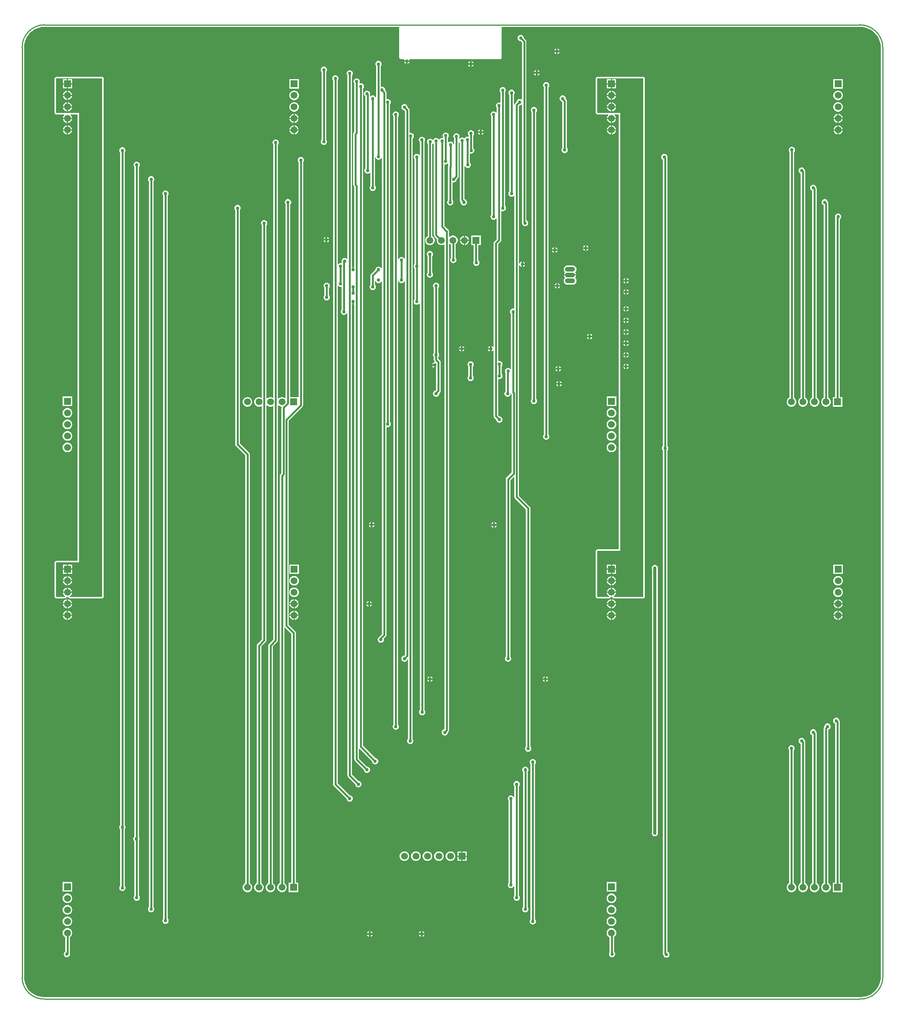
<source format=gbl>
G04*
G04 #@! TF.GenerationSoftware,Altium Limited,Altium Designer,21.0.9 (235)*
G04*
G04 Layer_Physical_Order=2*
G04 Layer_Color=16711680*
%FSLAX25Y25*%
%MOIN*%
G70*
G04*
G04 #@! TF.SameCoordinates,9EEF2FA0-A7D9-48CE-A635-C582822CA6DE*
G04*
G04*
G04 #@! TF.FilePolarity,Positive*
G04*
G01*
G75*
%ADD13C,0.01000*%
%ADD48C,0.01500*%
%ADD49C,0.02500*%
%ADD50R,0.05906X0.05906*%
%ADD51C,0.05906*%
%ADD52O,0.08661X0.04331*%
%ADD53R,0.05906X0.05906*%
%ADD54C,0.03000*%
G36*
X730475Y844591D02*
X732814Y844126D01*
X735071Y843360D01*
X737209Y842305D01*
X739191Y840981D01*
X740984Y839409D01*
X742556Y837617D01*
X743880Y835635D01*
X744935Y833496D01*
X745701Y831239D01*
X746166Y828901D01*
X746304Y826800D01*
X746298Y826772D01*
Y19761D01*
X746289Y19752D01*
X746289Y19752D01*
X746289Y19752D01*
X746182Y18120D01*
X745730Y15844D01*
X744984Y13647D01*
X743958Y11566D01*
X742669Y9637D01*
X741139Y7893D01*
X739394Y6363D01*
X737465Y5074D01*
X735384Y4048D01*
X733187Y3302D01*
X730912Y2849D01*
X728596Y2698D01*
X728383Y2712D01*
X727914Y2742D01*
X727424Y2733D01*
X727369Y2733D01*
X20160D01*
X19685Y2733D01*
X19662Y2729D01*
X19162Y2729D01*
X17187Y2859D01*
X14977Y3298D01*
X12844Y4023D01*
X10823Y5019D01*
X8950Y6271D01*
X7256Y7756D01*
X5771Y9450D01*
X4519Y11323D01*
X3523Y13344D01*
X2798Y15477D01*
X2359Y17687D01*
X2229Y19665D01*
X2233Y19685D01*
Y374016D01*
Y826295D01*
X2233Y826772D01*
X2229Y826794D01*
X2228Y827291D01*
X2362Y829335D01*
X2814Y831609D01*
X3560Y833805D01*
X4585Y835884D01*
X5873Y837812D01*
X7402Y839555D01*
X9145Y841084D01*
X11073Y842372D01*
X13152Y843397D01*
X15348Y844142D01*
X17621Y844595D01*
X19660Y844728D01*
X19685Y844723D01*
X19685Y844723D01*
X328028D01*
Y817992D01*
X328122Y817524D01*
X328387Y817127D01*
X328784Y816862D01*
X329252Y816769D01*
X332240D01*
X332480Y816269D01*
X332265Y815750D01*
X337056D01*
X336841Y816269D01*
X337081Y816769D01*
X415866D01*
X416334Y816862D01*
X416731Y817127D01*
X416997Y817524D01*
X417090Y817992D01*
Y844723D01*
X727846D01*
X727846Y844723D01*
X728346Y844723D01*
X728375Y844729D01*
X730475Y844591D01*
D02*
G37*
%LPC*%
G36*
X465731Y825939D02*
Y824293D01*
X467376D01*
X467100Y824959D01*
X466397Y825663D01*
X465731Y825939D01*
D02*
G37*
G36*
X464231D02*
X463565Y825663D01*
X462862Y824959D01*
X462586Y824293D01*
X464231D01*
Y825939D01*
D02*
G37*
G36*
X467376Y822793D02*
X465731D01*
Y821148D01*
X466397Y821424D01*
X467100Y822127D01*
X467376Y822793D01*
D02*
G37*
G36*
X464231D02*
X462586D01*
X462862Y822127D01*
X463565Y821424D01*
X464231Y821148D01*
Y822793D01*
D02*
G37*
G36*
X390950Y814895D02*
Y813250D01*
X392595D01*
X392319Y813916D01*
X391616Y814619D01*
X390950Y814895D01*
D02*
G37*
G36*
X389450D02*
X388784Y814619D01*
X388081Y813916D01*
X387805Y813250D01*
X389450D01*
Y814895D01*
D02*
G37*
G36*
X337056Y814250D02*
X335410D01*
Y812605D01*
X336077Y812881D01*
X336780Y813584D01*
X337056Y814250D01*
D02*
G37*
G36*
X333910D02*
X332265D01*
X332541Y813584D01*
X333244Y812881D01*
X333910Y812605D01*
Y814250D01*
D02*
G37*
G36*
X392595Y811750D02*
X390950D01*
Y810105D01*
X391616Y810381D01*
X392319Y811084D01*
X392595Y811750D01*
D02*
G37*
G36*
X389450D02*
X387805D01*
X388081Y811084D01*
X388784Y810381D01*
X389450Y810105D01*
Y811750D01*
D02*
G37*
G36*
X448250Y807265D02*
Y805620D01*
X449895D01*
X449619Y806286D01*
X448916Y806989D01*
X448250Y807265D01*
D02*
G37*
G36*
X446750D02*
X446084Y806989D01*
X445381Y806286D01*
X445105Y805620D01*
X446750D01*
Y807265D01*
D02*
G37*
G36*
X449895Y804120D02*
X448250D01*
Y802475D01*
X448916Y802751D01*
X449619Y803454D01*
X449895Y804120D01*
D02*
G37*
G36*
X446750D02*
X445105D01*
X445381Y803454D01*
X446084Y802751D01*
X446750Y802475D01*
Y804120D01*
D02*
G37*
G36*
X713314Y799428D02*
X705009D01*
Y791123D01*
X713314D01*
Y799428D01*
D02*
G37*
G36*
X240873D02*
X232568D01*
Y791123D01*
X240873D01*
Y799428D01*
D02*
G37*
G36*
X310355Y815200D02*
X309645D01*
X308958Y815016D01*
X308342Y814660D01*
X307839Y814158D01*
X307484Y813542D01*
X307300Y812856D01*
Y812144D01*
X307484Y811458D01*
X307839Y810842D01*
X308046Y810635D01*
Y783495D01*
X307546Y783429D01*
X307516Y783542D01*
X307160Y784158D01*
X306658Y784660D01*
X306042Y785016D01*
X305356Y785200D01*
X304644D01*
X303958Y785016D01*
X303342Y784660D01*
X302952Y784270D01*
X302484Y784419D01*
X302452Y784443D01*
Y785419D01*
X302516Y785530D01*
X302700Y786217D01*
Y786928D01*
X302516Y787615D01*
X302161Y788230D01*
X301658Y788733D01*
X301042Y789089D01*
X300356Y789273D01*
X299644D01*
X298958Y789089D01*
X298342Y788733D01*
X297839Y788230D01*
X297484Y787615D01*
X297300Y786928D01*
Y786217D01*
X297484Y785530D01*
X297839Y784915D01*
X298342Y784412D01*
X298476Y784335D01*
Y721830D01*
X298303Y721658D01*
X297948Y721042D01*
X297764Y720356D01*
Y719644D01*
X297948Y718958D01*
X298303Y718342D01*
X298806Y717839D01*
X299422Y717484D01*
X300108Y717300D01*
X300819D01*
X301506Y717484D01*
X302121Y717839D01*
X302512Y718230D01*
X302980Y718081D01*
X303012Y718057D01*
Y706830D01*
X302839Y706658D01*
X302484Y706042D01*
X302300Y705356D01*
Y704644D01*
X302484Y703958D01*
X302839Y703342D01*
X303342Y702840D01*
X303958Y702484D01*
X304644Y702300D01*
X305356D01*
X306042Y702484D01*
X306658Y702840D01*
X307160Y703342D01*
X307516Y703958D01*
X307700Y704644D01*
Y705356D01*
X307516Y706042D01*
X307160Y706658D01*
X306988Y706830D01*
Y731197D01*
X307488Y731263D01*
X307553Y731020D01*
X307909Y730405D01*
X308411Y729902D01*
X309027Y729546D01*
X309714Y729362D01*
X310425D01*
X311111Y729546D01*
X311727Y729902D01*
X312230Y730405D01*
X312512Y730893D01*
X313012Y730759D01*
Y635103D01*
X312516Y635021D01*
X312160Y635637D01*
X311658Y636140D01*
X311042Y636495D01*
X310355Y636679D01*
X309645D01*
X308958Y636495D01*
X308342Y636140D01*
X307839Y635637D01*
X307484Y635021D01*
X307300Y634335D01*
Y634091D01*
X303594Y630385D01*
X303163Y629740D01*
X303012Y628979D01*
Y620830D01*
X302839Y620658D01*
X302484Y620042D01*
X302300Y619355D01*
Y618645D01*
X302484Y617958D01*
X302839Y617342D01*
X303342Y616840D01*
X303958Y616484D01*
X304644Y616300D01*
X305356D01*
X306042Y616484D01*
X306658Y616840D01*
X307160Y617342D01*
X307516Y617958D01*
X307700Y618645D01*
Y619355D01*
X307516Y620042D01*
X307160Y620658D01*
X306988Y620830D01*
Y623876D01*
X307484Y623958D01*
X307839Y623342D01*
X308342Y622839D01*
X308958Y622484D01*
X309645Y622300D01*
X310355D01*
X311042Y622484D01*
X311658Y622839D01*
X312160Y623342D01*
X312516Y623958D01*
X313012Y623876D01*
Y317791D01*
X310888Y315667D01*
X310582Y315208D01*
X310349Y315074D01*
X309846Y314571D01*
X309491Y313955D01*
X309307Y313269D01*
Y312558D01*
X309491Y311871D01*
X309846Y311256D01*
X310349Y310753D01*
X310965Y310397D01*
X311652Y310213D01*
X312363D01*
X313049Y310397D01*
X313665Y310753D01*
X314168Y311256D01*
X314523Y311871D01*
X314707Y312558D01*
Y313269D01*
X314582Y313737D01*
X316406Y315561D01*
X316837Y316206D01*
X316988Y316967D01*
Y496968D01*
X317488Y497352D01*
X317682Y497300D01*
X318393D01*
X319080Y497484D01*
X319695Y497839D01*
X320198Y498342D01*
X320553Y498958D01*
X320737Y499645D01*
Y500355D01*
X320553Y501042D01*
X320198Y501658D01*
X320026Y501830D01*
Y777398D01*
X320198Y777570D01*
X320553Y778186D01*
X320737Y778873D01*
Y779584D01*
X320553Y780270D01*
X320198Y780886D01*
X319695Y781389D01*
X319080Y781744D01*
X318393Y781928D01*
X317682D01*
X317488Y781876D01*
X316988Y782260D01*
Y787701D01*
X316837Y788462D01*
X316406Y789107D01*
X315807Y789706D01*
Y790355D01*
X315623Y791042D01*
X315267Y791658D01*
X314764Y792161D01*
X314149Y792516D01*
X313462Y792700D01*
X312751D01*
X312523Y792639D01*
X312023Y793022D01*
Y810704D01*
X312160Y810842D01*
X312516Y811458D01*
X312700Y812144D01*
Y812856D01*
X312516Y813542D01*
X312160Y814158D01*
X311658Y814660D01*
X311042Y815016D01*
X310355Y815200D01*
D02*
G37*
G36*
X433898Y837700D02*
X433187D01*
X432500Y837516D01*
X431884Y837160D01*
X431382Y836658D01*
X431026Y836042D01*
X430842Y835355D01*
Y834645D01*
X431026Y833958D01*
X431382Y833342D01*
X431884Y832839D01*
X432500Y832484D01*
X433187Y832300D01*
X433430D01*
X434470Y831261D01*
Y781976D01*
X433970Y781732D01*
X433542Y781979D01*
X432856Y782163D01*
X432144D01*
X431458Y781979D01*
X430842Y781623D01*
X430339Y781120D01*
X429984Y780505D01*
X429800Y779818D01*
Y779574D01*
X428594Y778369D01*
X428163Y777723D01*
X428026Y777032D01*
X427526Y777081D01*
Y785670D01*
X427698Y785842D01*
X428053Y786458D01*
X428237Y787145D01*
Y787855D01*
X428053Y788542D01*
X427698Y789158D01*
X427195Y789661D01*
X426580Y790016D01*
X425893Y790200D01*
X425182D01*
X424495Y790016D01*
X423880Y789661D01*
X423377Y789158D01*
X423021Y788542D01*
X422837Y787855D01*
Y787145D01*
X423021Y786458D01*
X423377Y785842D01*
X423549Y785670D01*
Y701830D01*
X423377Y701658D01*
X423021Y701042D01*
X422837Y700355D01*
Y699645D01*
X423021Y698958D01*
X423377Y698342D01*
X423880Y697839D01*
X424495Y697484D01*
X425182Y697300D01*
X425893D01*
X426580Y697484D01*
X427195Y697839D01*
X427512Y698156D01*
X428012Y697949D01*
Y600532D01*
X427512Y600148D01*
X427318Y600200D01*
X426607D01*
X425920Y600016D01*
X425305Y599660D01*
X424802Y599158D01*
X424447Y598542D01*
X424263Y597856D01*
Y597145D01*
X424447Y596458D01*
X424802Y595842D01*
X424974Y595670D01*
Y547921D01*
X424474Y547714D01*
X424158Y548031D01*
X423542Y548386D01*
X422856Y548570D01*
X422145D01*
X421458Y548386D01*
X420842Y548031D01*
X420339Y547528D01*
X419984Y546912D01*
X419800Y546226D01*
Y545515D01*
X419984Y544828D01*
X420321Y544244D01*
Y528477D01*
X419959Y528115D01*
X419603Y527499D01*
X419419Y526812D01*
Y526101D01*
X419603Y525415D01*
X419959Y524799D01*
X420461Y524296D01*
X421077Y523941D01*
X421764Y523757D01*
X422474D01*
X423161Y523941D01*
X423777Y524296D01*
X424280Y524799D01*
X424635Y525415D01*
X424765Y525900D01*
X425236Y526081D01*
X425310Y526078D01*
X425512Y525892D01*
Y457956D01*
X421094Y453538D01*
X420663Y452893D01*
X420512Y452132D01*
Y298188D01*
X420339Y298016D01*
X419984Y297400D01*
X419800Y296714D01*
Y296003D01*
X419984Y295316D01*
X420339Y294700D01*
X420842Y294198D01*
X421458Y293842D01*
X422145Y293658D01*
X422856D01*
X423542Y293842D01*
X424158Y294198D01*
X424660Y294700D01*
X425016Y295316D01*
X425200Y296003D01*
Y296714D01*
X425016Y297400D01*
X424660Y298016D01*
X424488Y298188D01*
Y451309D01*
X427550Y454370D01*
X428012Y454179D01*
Y436874D01*
X428163Y436113D01*
X428594Y435468D01*
X438012Y426051D01*
Y220172D01*
X437840Y220000D01*
X437484Y219384D01*
X437300Y218698D01*
Y217987D01*
X437484Y217300D01*
X437840Y216684D01*
X438342Y216182D01*
X438958Y215826D01*
X439644Y215642D01*
X440355D01*
X441042Y215826D01*
X441658Y216182D01*
X442161Y216684D01*
X442516Y217300D01*
X442700Y217987D01*
Y218698D01*
X442516Y219384D01*
X442161Y220000D01*
X441988Y220172D01*
Y426874D01*
X441837Y427635D01*
X441406Y428280D01*
X431988Y437698D01*
Y637806D01*
X432488Y637905D01*
X432777Y637207D01*
X433481Y636504D01*
X434147Y636228D01*
Y638623D01*
Y641018D01*
X433481Y640743D01*
X432777Y640039D01*
X432488Y639341D01*
X431988Y639440D01*
Y776139D01*
X432612Y776763D01*
X432856D01*
X433542Y776947D01*
X433970Y777193D01*
X434470Y776950D01*
Y675761D01*
X434621Y675000D01*
X434642Y674967D01*
X434612Y674856D01*
Y674145D01*
X434796Y673458D01*
X435152Y672842D01*
X435655Y672339D01*
X436270Y671984D01*
X436957Y671800D01*
X437668D01*
X438355Y671984D01*
X438970Y672339D01*
X439473Y672842D01*
X439828Y673458D01*
X440012Y674145D01*
Y674856D01*
X439828Y675542D01*
X439473Y676158D01*
X438970Y676660D01*
X438446Y676963D01*
Y832084D01*
X438295Y832845D01*
X437864Y833490D01*
X436242Y835112D01*
Y835355D01*
X436058Y836042D01*
X435703Y836658D01*
X435200Y837160D01*
X434584Y837516D01*
X433898Y837700D01*
D02*
G37*
G36*
X709708Y789428D02*
X708615D01*
X707558Y789145D01*
X706612Y788599D01*
X705838Y787825D01*
X705292Y786878D01*
X705009Y785822D01*
Y784729D01*
X705292Y783673D01*
X705838Y782726D01*
X706612Y781953D01*
X707558Y781406D01*
X708615Y781123D01*
X709708D01*
X710764Y781406D01*
X711711Y781953D01*
X712484Y782726D01*
X713031Y783673D01*
X713314Y784729D01*
Y785822D01*
X713031Y786878D01*
X712484Y787825D01*
X711711Y788599D01*
X710764Y789145D01*
X709708Y789428D01*
D02*
G37*
G36*
X237267D02*
X236174D01*
X235118Y789145D01*
X234171Y788599D01*
X233397Y787825D01*
X232851Y786878D01*
X232568Y785822D01*
Y784729D01*
X232851Y783673D01*
X233397Y782726D01*
X234171Y781953D01*
X235118Y781406D01*
X236174Y781123D01*
X237267D01*
X238323Y781406D01*
X239270Y781953D01*
X240043Y782726D01*
X240590Y783673D01*
X240873Y784729D01*
Y785822D01*
X240590Y786878D01*
X240043Y787825D01*
X239270Y788599D01*
X238323Y789145D01*
X237267Y789428D01*
D02*
G37*
G36*
X418211Y792500D02*
X417500D01*
X416813Y792316D01*
X416198Y791960D01*
X415695Y791458D01*
X415340Y790842D01*
X415156Y790156D01*
Y789444D01*
X415340Y788758D01*
X415695Y788142D01*
X415958Y787879D01*
Y779194D01*
X415458Y778884D01*
X414996Y779007D01*
X414285D01*
X413598Y778824D01*
X412983Y778468D01*
X412480Y777965D01*
X412124Y777350D01*
X411940Y776663D01*
Y775952D01*
X412124Y775265D01*
X412480Y774650D01*
X412652Y774477D01*
Y770374D01*
X412191Y770235D01*
X412152Y770234D01*
X411658Y770728D01*
X411042Y771083D01*
X410356Y771267D01*
X409645D01*
X408958Y771083D01*
X408342Y770728D01*
X407839Y770225D01*
X407484Y769609D01*
X407300Y768923D01*
Y768212D01*
X407484Y767525D01*
X407839Y766910D01*
X408012Y766737D01*
Y681830D01*
X407839Y681658D01*
X407484Y681042D01*
X407300Y680356D01*
Y679644D01*
X407484Y678958D01*
X407839Y678342D01*
X408342Y677840D01*
X408958Y677484D01*
X409645Y677300D01*
X410356D01*
X411042Y677484D01*
X411658Y677840D01*
X412152Y678334D01*
X412191Y678333D01*
X412652Y678194D01*
Y660399D01*
X410557Y658304D01*
X410126Y657659D01*
X409974Y656898D01*
Y567140D01*
X409474Y566935D01*
X408916Y567493D01*
X408250Y567769D01*
Y565374D01*
Y562979D01*
X408916Y563255D01*
X409474Y563813D01*
X409974Y563608D01*
Y506875D01*
X410126Y506114D01*
X410557Y505469D01*
X412300Y503726D01*
Y503482D01*
X412484Y502796D01*
X412840Y502180D01*
X413342Y501677D01*
X413958Y501322D01*
X414644Y501138D01*
X415355D01*
X416042Y501322D01*
X416658Y501677D01*
X417161Y502180D01*
X417516Y502796D01*
X417700Y503482D01*
Y504193D01*
X417516Y504880D01*
X417161Y505496D01*
X416658Y505998D01*
X416042Y506354D01*
X415355Y506538D01*
X415112D01*
X413951Y507699D01*
Y538798D01*
X414451Y539182D01*
X414644Y539130D01*
X415355D01*
X416042Y539314D01*
X416658Y539670D01*
X417161Y540172D01*
X417516Y540788D01*
X417700Y541475D01*
Y542186D01*
X417516Y542872D01*
X417161Y543488D01*
X416988Y543660D01*
Y550170D01*
X417161Y550342D01*
X417516Y550958D01*
X417700Y551645D01*
Y552355D01*
X417516Y553042D01*
X417161Y553658D01*
X416658Y554160D01*
X416042Y554516D01*
X415355Y554700D01*
X414644D01*
X414451Y554648D01*
X413951Y555032D01*
Y656074D01*
X416046Y658170D01*
X416477Y658815D01*
X416629Y659576D01*
Y684683D01*
X417129Y684948D01*
X417682Y684800D01*
X418393D01*
X419080Y684984D01*
X419695Y685339D01*
X420198Y685842D01*
X420553Y686458D01*
X420737Y687145D01*
Y687855D01*
X420553Y688542D01*
X420198Y689158D01*
X419935Y689421D01*
Y788061D01*
X420016Y788142D01*
X420371Y788758D01*
X420555Y789444D01*
Y790156D01*
X420371Y790842D01*
X420016Y791458D01*
X419513Y791960D01*
X418898Y792316D01*
X418211Y792500D01*
D02*
G37*
G36*
X709708Y779428D02*
X708615D01*
X707558Y779145D01*
X706612Y778599D01*
X705838Y777825D01*
X705292Y776878D01*
X705009Y775822D01*
Y774729D01*
X705292Y773673D01*
X705838Y772726D01*
X706612Y771953D01*
X707558Y771406D01*
X708615Y771123D01*
X709708D01*
X710764Y771406D01*
X711711Y771953D01*
X712484Y772726D01*
X713031Y773673D01*
X713314Y774729D01*
Y775822D01*
X713031Y776878D01*
X712484Y777825D01*
X711711Y778599D01*
X710764Y779145D01*
X709708Y779428D01*
D02*
G37*
G36*
X237267D02*
X236174D01*
X235118Y779145D01*
X234171Y778599D01*
X233397Y777825D01*
X232851Y776878D01*
X232568Y775822D01*
Y774729D01*
X232851Y773673D01*
X233397Y772726D01*
X234171Y771953D01*
X235118Y771406D01*
X236174Y771123D01*
X237267D01*
X238323Y771406D01*
X239270Y771953D01*
X240043Y772726D01*
X240590Y773673D01*
X240873Y774729D01*
Y775822D01*
X240590Y776878D01*
X240043Y777825D01*
X239270Y778599D01*
X238323Y779145D01*
X237267Y779428D01*
D02*
G37*
G36*
X237241Y769228D02*
X237220D01*
Y765775D01*
X240673D01*
Y765796D01*
X240404Y766801D01*
X239883Y767703D01*
X239147Y768439D01*
X238246Y768959D01*
X237241Y769228D01*
D02*
G37*
G36*
X236220D02*
X236200D01*
X235195Y768959D01*
X234293Y768439D01*
X233558Y767703D01*
X233037Y766801D01*
X232768Y765796D01*
Y765775D01*
X236220D01*
Y769228D01*
D02*
G37*
G36*
X709682D02*
X709661D01*
Y765775D01*
X713114D01*
Y765796D01*
X712845Y766801D01*
X712324Y767703D01*
X711588Y768439D01*
X710687Y768959D01*
X709682Y769228D01*
D02*
G37*
G36*
X708661D02*
X708641D01*
X707636Y768959D01*
X706734Y768439D01*
X705998Y767703D01*
X705478Y766801D01*
X705209Y765796D01*
Y765775D01*
X708661D01*
Y769228D01*
D02*
G37*
G36*
X713114Y764776D02*
X709661D01*
Y761323D01*
X709682D01*
X710687Y761592D01*
X711588Y762113D01*
X712324Y762849D01*
X712845Y763750D01*
X713114Y764755D01*
Y764776D01*
D02*
G37*
G36*
X708661D02*
X705209D01*
Y764755D01*
X705478Y763750D01*
X705998Y762849D01*
X706734Y762113D01*
X707636Y761592D01*
X708641Y761323D01*
X708661D01*
Y764776D01*
D02*
G37*
G36*
X516264D02*
X512811D01*
Y761323D01*
X512831D01*
X513837Y761592D01*
X514738Y762113D01*
X515474Y762849D01*
X515994Y763750D01*
X516264Y764755D01*
Y764776D01*
D02*
G37*
G36*
X511811D02*
X508358D01*
Y764755D01*
X508628Y763750D01*
X509148Y762849D01*
X509884Y762113D01*
X510785Y761592D01*
X511791Y761323D01*
X511811D01*
Y764776D01*
D02*
G37*
G36*
X240673Y764776D02*
X237220D01*
Y761323D01*
X237241D01*
X238246Y761592D01*
X239147Y762113D01*
X239883Y762849D01*
X240404Y763750D01*
X240673Y764755D01*
Y764776D01*
D02*
G37*
G36*
X236220D02*
X232768D01*
Y764755D01*
X233037Y763750D01*
X233558Y762849D01*
X234293Y762113D01*
X235195Y761592D01*
X236200Y761323D01*
X236220D01*
Y764776D01*
D02*
G37*
G36*
X43823Y764776D02*
X40370D01*
Y761323D01*
X40390D01*
X41396Y761592D01*
X42297Y762113D01*
X43033Y762849D01*
X43553Y763750D01*
X43823Y764755D01*
Y764776D01*
D02*
G37*
G36*
X39370D02*
X35917D01*
Y764755D01*
X36187Y763750D01*
X36707Y762849D01*
X37443Y762113D01*
X38344Y761592D01*
X39350Y761323D01*
X39370D01*
Y764776D01*
D02*
G37*
G36*
X40390Y759228D02*
X40370D01*
Y755776D01*
X43823D01*
Y755796D01*
X43553Y756801D01*
X43033Y757703D01*
X42297Y758439D01*
X41396Y758959D01*
X40390Y759228D01*
D02*
G37*
G36*
X39370D02*
X39350D01*
X38344Y758959D01*
X37443Y758439D01*
X36707Y757703D01*
X36187Y756801D01*
X35917Y755796D01*
Y755776D01*
X39370D01*
Y759228D01*
D02*
G37*
G36*
X237241D02*
X237220D01*
Y755775D01*
X240673D01*
Y755796D01*
X240404Y756801D01*
X239883Y757703D01*
X239147Y758439D01*
X238246Y758959D01*
X237241Y759228D01*
D02*
G37*
G36*
X236220D02*
X236200D01*
X235195Y758959D01*
X234293Y758439D01*
X233558Y757703D01*
X233037Y756801D01*
X232768Y755796D01*
Y755775D01*
X236220D01*
Y759228D01*
D02*
G37*
G36*
X709682D02*
X709661D01*
Y755775D01*
X713114D01*
Y755796D01*
X712845Y756801D01*
X712324Y757703D01*
X711588Y758439D01*
X710687Y758959D01*
X709682Y759228D01*
D02*
G37*
G36*
X512831D02*
X512811D01*
Y755775D01*
X516264D01*
Y755796D01*
X515994Y756801D01*
X515474Y757703D01*
X514738Y758439D01*
X513837Y758959D01*
X512831Y759228D01*
D02*
G37*
G36*
X708661D02*
X708641D01*
X707636Y758959D01*
X706734Y758439D01*
X705998Y757703D01*
X705478Y756801D01*
X705209Y755796D01*
Y755775D01*
X708661D01*
Y759228D01*
D02*
G37*
G36*
X511811D02*
X511791D01*
X510785Y758959D01*
X509884Y758439D01*
X509148Y757703D01*
X508628Y756801D01*
X508358Y755796D01*
Y755775D01*
X511811D01*
Y759228D01*
D02*
G37*
G36*
X399588Y755751D02*
Y754106D01*
X401233D01*
X400957Y754772D01*
X400254Y755475D01*
X399588Y755751D01*
D02*
G37*
G36*
X398088D02*
X397422Y755475D01*
X396718Y754772D01*
X396443Y754106D01*
X398088D01*
Y755751D01*
D02*
G37*
G36*
X713114Y754775D02*
X709661D01*
Y751323D01*
X709682D01*
X710687Y751592D01*
X711588Y752113D01*
X712324Y752848D01*
X712845Y753750D01*
X713114Y754755D01*
Y754775D01*
D02*
G37*
G36*
X708661D02*
X705209D01*
Y754755D01*
X705478Y753750D01*
X705998Y752848D01*
X706734Y752113D01*
X707636Y751592D01*
X708641Y751323D01*
X708661D01*
Y754775D01*
D02*
G37*
G36*
X516264D02*
X512811D01*
Y751323D01*
X512831D01*
X513837Y751592D01*
X514738Y752113D01*
X515474Y752848D01*
X515994Y753750D01*
X516264Y754755D01*
Y754775D01*
D02*
G37*
G36*
X511811D02*
X508358D01*
Y754755D01*
X508628Y753750D01*
X509148Y752848D01*
X509884Y752113D01*
X510785Y751592D01*
X511791Y751323D01*
X511811D01*
Y754775D01*
D02*
G37*
G36*
X240673Y754775D02*
X237220D01*
Y751323D01*
X237241D01*
X238246Y751592D01*
X239147Y752113D01*
X239883Y752848D01*
X240404Y753750D01*
X240673Y754755D01*
Y754775D01*
D02*
G37*
G36*
X236220D02*
X232768D01*
Y754755D01*
X233037Y753750D01*
X233558Y752848D01*
X234293Y752113D01*
X235195Y751592D01*
X236200Y751323D01*
X236220D01*
Y754775D01*
D02*
G37*
G36*
X43823Y754776D02*
X40370D01*
Y751323D01*
X40390D01*
X41396Y751592D01*
X42297Y752113D01*
X43033Y752848D01*
X43553Y753750D01*
X43823Y754755D01*
Y754776D01*
D02*
G37*
G36*
X39370D02*
X35917D01*
Y754755D01*
X36187Y753750D01*
X36707Y752848D01*
X37443Y752113D01*
X38344Y751592D01*
X39350Y751323D01*
X39370D01*
Y754776D01*
D02*
G37*
G36*
X401233Y752606D02*
X399588D01*
Y750961D01*
X400254Y751236D01*
X400957Y751940D01*
X401233Y752606D01*
D02*
G37*
G36*
X398088D02*
X396443D01*
X396718Y751940D01*
X397422Y751236D01*
X398088Y750961D01*
Y752606D01*
D02*
G37*
G36*
X390670Y754885D02*
X389960D01*
X389273Y754701D01*
X388657Y754346D01*
X388155Y753843D01*
X387799Y753227D01*
X387615Y752540D01*
Y751829D01*
X387799Y751143D01*
X388155Y750527D01*
X388432Y750250D01*
X388413Y749754D01*
X387938Y749390D01*
X387633Y749472D01*
X386922D01*
X386235Y749288D01*
X385620Y748932D01*
X385117Y748429D01*
X384878Y748016D01*
X384365Y747896D01*
X384271Y747916D01*
X384158Y748029D01*
X383542Y748384D01*
X382856Y748568D01*
X382144D01*
X381458Y748384D01*
X380842Y748029D01*
X380340Y747526D01*
X380303Y747463D01*
X379785Y747566D01*
X379746Y747872D01*
X379860Y747987D01*
X380216Y748602D01*
X380400Y749289D01*
Y750000D01*
X380216Y750687D01*
X379860Y751302D01*
X379358Y751805D01*
X378742Y752161D01*
X378056Y752345D01*
X377344D01*
X376658Y752161D01*
X376042Y751805D01*
X375539Y751302D01*
X375184Y750687D01*
X375000Y750000D01*
Y749289D01*
X375184Y748602D01*
X375539Y747987D01*
X375712Y747814D01*
Y742979D01*
X375212Y742913D01*
X375075Y743423D01*
X374720Y744039D01*
X374217Y744542D01*
X373601Y744897D01*
X372915Y745081D01*
X372204D01*
X371517Y744897D01*
X370901Y744542D01*
X370817Y744458D01*
X370318Y744665D01*
Y748354D01*
X370550Y748587D01*
X370905Y749203D01*
X371090Y749889D01*
Y750600D01*
X370905Y751287D01*
X370550Y751903D01*
X370047Y752405D01*
X369432Y752761D01*
X368745Y752945D01*
X368034D01*
X367347Y752761D01*
X366732Y752405D01*
X366229Y751903D01*
X365874Y751287D01*
X365689Y750600D01*
Y749889D01*
X365874Y749203D01*
X366229Y748587D01*
X365916Y748194D01*
X365841Y748145D01*
X365587Y748213D01*
X364876D01*
X364190Y748029D01*
X363574Y747674D01*
X363071Y747171D01*
X362905Y746882D01*
X362327D01*
X362160Y747171D01*
X361658Y747674D01*
X361042Y748029D01*
X360355Y748213D01*
X359645D01*
X358958Y748029D01*
X358342Y747674D01*
X357839Y747171D01*
X357542Y746656D01*
X357167Y746583D01*
X356978Y746600D01*
X356520Y747058D01*
X355905Y747413D01*
X355218Y747597D01*
X354507D01*
X353820Y747413D01*
X353205Y747058D01*
X352702Y746555D01*
X352346Y745939D01*
X352163Y745253D01*
Y744542D01*
X352346Y743855D01*
X352702Y743239D01*
X352786Y743156D01*
Y663147D01*
X352135Y662772D01*
X351362Y661999D01*
X350815Y661052D01*
X350532Y659996D01*
Y658902D01*
X350815Y657846D01*
X351362Y656899D01*
X352135Y656126D01*
X353082Y655579D01*
X354138Y655296D01*
X355232D01*
X356288Y655579D01*
X357235Y656126D01*
X358008Y656899D01*
X358555Y657846D01*
X358838Y658902D01*
Y659996D01*
X358555Y661052D01*
X358008Y661999D01*
X357235Y662772D01*
X356762Y663045D01*
Y742978D01*
X357023Y743239D01*
X357188Y743526D01*
X357773Y743651D01*
X358012Y743483D01*
Y664134D01*
X358163Y663373D01*
X358594Y662728D01*
X360700Y660622D01*
X360532Y659996D01*
Y658902D01*
X360815Y657846D01*
X361362Y656899D01*
X362135Y656126D01*
X363082Y655579D01*
X364138Y655296D01*
X365232D01*
X366288Y655579D01*
X366754Y655848D01*
X367187Y655598D01*
X367187Y235200D01*
X367144D01*
X366458Y235016D01*
X365842Y234661D01*
X365339Y234158D01*
X364984Y233542D01*
X364800Y232856D01*
Y232144D01*
X364984Y231458D01*
X365339Y230842D01*
X365842Y230340D01*
X366458Y229984D01*
X367144Y229800D01*
X367856D01*
X368542Y229984D01*
X369158Y230340D01*
X369660Y230842D01*
X370016Y231458D01*
X370200Y232144D01*
Y232388D01*
X370581Y232769D01*
X371012Y233414D01*
X371163Y234175D01*
X371163Y656390D01*
X371663Y656598D01*
X372135Y656126D01*
X373012Y655620D01*
Y644330D01*
X372839Y644158D01*
X372484Y643542D01*
X372300Y642856D01*
Y642144D01*
X372484Y641458D01*
X372839Y640842D01*
X373342Y640340D01*
X373958Y639984D01*
X374644Y639800D01*
X375356D01*
X376042Y639984D01*
X376658Y640340D01*
X377161Y640842D01*
X377516Y641458D01*
X377700Y642144D01*
Y642856D01*
X377516Y643542D01*
X377161Y644158D01*
X376988Y644330D01*
Y655983D01*
X377235Y656126D01*
X378008Y656899D01*
X378555Y657846D01*
X378838Y658902D01*
Y659996D01*
X378555Y661052D01*
X378008Y661999D01*
X377235Y662772D01*
X376288Y663319D01*
X375232Y663602D01*
X374138D01*
X373082Y663319D01*
X372135Y662772D01*
X371663Y662300D01*
X371163Y662507D01*
Y667500D01*
X371012Y668261D01*
X370581Y668906D01*
X370008Y669289D01*
X367220Y672077D01*
Y725006D01*
X367720Y725389D01*
X367914Y725337D01*
X368625D01*
X369311Y725521D01*
X369927Y725877D01*
X370071Y726021D01*
X370571Y725814D01*
Y724031D01*
X370357Y723712D01*
X370206Y722951D01*
Y694093D01*
X369888Y693542D01*
X369704Y692856D01*
Y692144D01*
X369888Y691458D01*
X370244Y690842D01*
X370746Y690340D01*
X371362Y689984D01*
X372049Y689800D01*
X372760D01*
X373446Y689984D01*
X374062Y690340D01*
X374565Y690842D01*
X374920Y691458D01*
X375104Y692144D01*
Y692856D01*
X374920Y693542D01*
X374565Y694158D01*
X374183Y694540D01*
Y709468D01*
X374683Y709852D01*
X374876Y709800D01*
X375587D01*
X376274Y709984D01*
X376890Y710339D01*
X377392Y710842D01*
X377748Y711458D01*
X377932Y712145D01*
Y712388D01*
X379106Y713562D01*
X379537Y714207D01*
X379688Y714968D01*
Y744339D01*
X380188Y744473D01*
X380340Y744211D01*
X380512Y744038D01*
Y694544D01*
X380663Y693783D01*
X381094Y693138D01*
X381438Y692794D01*
Y692144D01*
X381622Y691458D01*
X381978Y690842D01*
X382481Y690340D01*
X383096Y689984D01*
X383783Y689800D01*
X384494D01*
X385180Y689984D01*
X385796Y690340D01*
X386299Y690842D01*
X386654Y691458D01*
X386838Y692144D01*
Y692856D01*
X386654Y693542D01*
X386299Y694158D01*
X385796Y694661D01*
X385180Y695016D01*
X384715Y695141D01*
X384488Y695368D01*
Y723876D01*
X384984Y723958D01*
X385339Y723342D01*
X385842Y722839D01*
X386458Y722484D01*
X387144Y722300D01*
X387856D01*
X388542Y722484D01*
X389158Y722839D01*
X389661Y723342D01*
X390016Y723958D01*
X390200Y724645D01*
Y725355D01*
X390016Y726042D01*
X389661Y726658D01*
X389377Y726941D01*
Y734498D01*
X389877Y734882D01*
X390182Y734800D01*
X390893D01*
X391580Y734984D01*
X392195Y735339D01*
X392698Y735842D01*
X393053Y736458D01*
X393237Y737145D01*
Y737855D01*
X393053Y738542D01*
X392698Y739158D01*
X392414Y739441D01*
Y750466D01*
X392476Y750527D01*
X392831Y751143D01*
X393015Y751829D01*
Y752540D01*
X392831Y753227D01*
X392476Y753843D01*
X391973Y754346D01*
X391357Y754701D01*
X390670Y754885D01*
D02*
G37*
G36*
X262856Y810200D02*
X262144D01*
X261458Y810016D01*
X260842Y809661D01*
X260339Y809158D01*
X259984Y808542D01*
X259800Y807856D01*
Y807145D01*
X259984Y806458D01*
X260339Y805842D01*
X260512Y805670D01*
Y746830D01*
X260339Y746658D01*
X259984Y746042D01*
X259800Y745356D01*
Y744644D01*
X259984Y743958D01*
X260339Y743342D01*
X260842Y742839D01*
X261458Y742484D01*
X262144Y742300D01*
X262856D01*
X263542Y742484D01*
X264158Y742839D01*
X264661Y743342D01*
X265016Y743958D01*
X265200Y744644D01*
Y745356D01*
X265016Y746042D01*
X264661Y746658D01*
X264488Y746830D01*
Y805670D01*
X264661Y805842D01*
X265016Y806458D01*
X265200Y807145D01*
Y807856D01*
X265016Y808542D01*
X264661Y809158D01*
X264158Y809661D01*
X263542Y810016D01*
X262856Y810200D01*
D02*
G37*
G36*
X470356Y785200D02*
X469644D01*
X468958Y785016D01*
X468342Y784660D01*
X467839Y784158D01*
X467484Y783542D01*
X467300Y782856D01*
Y782144D01*
X467484Y781458D01*
X467839Y780842D01*
X468342Y780339D01*
X468958Y779984D01*
X469423Y779859D01*
X469670Y779613D01*
Y739686D01*
X469497Y739513D01*
X469142Y738898D01*
X468958Y738211D01*
Y737500D01*
X469142Y736813D01*
X469497Y736198D01*
X470000Y735695D01*
X470616Y735339D01*
X471302Y735155D01*
X472013D01*
X472700Y735339D01*
X473316Y735695D01*
X473818Y736198D01*
X474174Y736813D01*
X474358Y737500D01*
Y738211D01*
X474174Y738898D01*
X473818Y739513D01*
X473646Y739686D01*
Y780436D01*
X473495Y781197D01*
X473064Y781842D01*
X472700Y782206D01*
Y782856D01*
X472516Y783542D01*
X472160Y784158D01*
X471658Y784660D01*
X471042Y785016D01*
X470356Y785200D01*
D02*
G37*
G36*
X348072Y749255D02*
X347361D01*
X346674Y749071D01*
X346059Y748716D01*
X345556Y748213D01*
X345201Y747597D01*
X345017Y746911D01*
Y746200D01*
X345201Y745513D01*
X345556Y744897D01*
X345948Y744506D01*
Y733496D01*
X345448Y733361D01*
X345436Y733383D01*
X344933Y733885D01*
X344317Y734241D01*
X343631Y734425D01*
X342919D01*
X342233Y734241D01*
X341617Y733885D01*
X341114Y733383D01*
X340759Y732767D01*
X340575Y732081D01*
Y731369D01*
X340759Y730683D01*
X341114Y730067D01*
X341287Y729895D01*
Y638717D01*
X341114Y638544D01*
X340759Y637929D01*
X340575Y637242D01*
Y636531D01*
X340759Y635844D01*
X341114Y635229D01*
X341287Y635056D01*
Y608090D01*
X341114Y607918D01*
X340759Y607302D01*
X340575Y606615D01*
Y605904D01*
X340759Y605218D01*
X341114Y604602D01*
X341617Y604099D01*
X342233Y603744D01*
X342919Y603560D01*
X343631D01*
X344317Y603744D01*
X344933Y604099D01*
X345436Y604602D01*
X345448Y604623D01*
X345948Y604489D01*
Y251830D01*
X345776Y251658D01*
X345420Y251042D01*
X345236Y250356D01*
Y249644D01*
X345420Y248958D01*
X345776Y248342D01*
X346278Y247839D01*
X346894Y247484D01*
X347581Y247300D01*
X348291D01*
X348978Y247484D01*
X349594Y247839D01*
X350097Y248342D01*
X350452Y248958D01*
X350636Y249644D01*
Y250356D01*
X350452Y251042D01*
X350097Y251658D01*
X349924Y251830D01*
Y744979D01*
X350233Y745513D01*
X350417Y746200D01*
Y746911D01*
X350233Y747597D01*
X349877Y748213D01*
X349374Y748716D01*
X348759Y749071D01*
X348072Y749255D01*
D02*
G37*
G36*
X265455Y662391D02*
Y660745D01*
X267100D01*
X266824Y661412D01*
X266121Y662115D01*
X265455Y662391D01*
D02*
G37*
G36*
X263955D02*
X263288Y662115D01*
X262585Y661412D01*
X262309Y660745D01*
X263955D01*
Y662391D01*
D02*
G37*
G36*
X385205Y663402D02*
X385185D01*
Y659949D01*
X388638D01*
Y659969D01*
X388368Y660975D01*
X387848Y661876D01*
X387112Y662612D01*
X386211Y663132D01*
X385205Y663402D01*
D02*
G37*
G36*
X384185D02*
X384165D01*
X383159Y663132D01*
X382258Y662612D01*
X381522Y661876D01*
X381002Y660975D01*
X380732Y659969D01*
Y659949D01*
X384185D01*
Y663402D01*
D02*
G37*
G36*
X267100Y659245D02*
X265455D01*
Y657600D01*
X266121Y657876D01*
X266824Y658579D01*
X267100Y659245D01*
D02*
G37*
G36*
X263955D02*
X262309D01*
X262585Y658579D01*
X263288Y657876D01*
X263955Y657600D01*
Y659245D01*
D02*
G37*
G36*
X388638Y658949D02*
X385185D01*
Y655496D01*
X385205D01*
X386211Y655765D01*
X387112Y656286D01*
X387848Y657022D01*
X388368Y657923D01*
X388638Y658928D01*
Y658949D01*
D02*
G37*
G36*
X384185D02*
X380732D01*
Y658928D01*
X381002Y657923D01*
X381522Y657022D01*
X382258Y656286D01*
X383159Y655765D01*
X384165Y655496D01*
X384185D01*
Y658949D01*
D02*
G37*
G36*
X490750Y655116D02*
Y653471D01*
X492395D01*
X492119Y654137D01*
X491416Y654840D01*
X490750Y655116D01*
D02*
G37*
G36*
X489250D02*
X488584Y654840D01*
X487881Y654137D01*
X487605Y653471D01*
X489250D01*
Y655116D01*
D02*
G37*
G36*
X463860Y653458D02*
Y651813D01*
X465506D01*
X465230Y652479D01*
X464526Y653182D01*
X463860Y653458D01*
D02*
G37*
G36*
X462360D02*
X461694Y653182D01*
X460991Y652479D01*
X460715Y651813D01*
X462360D01*
Y653458D01*
D02*
G37*
G36*
X492395Y651971D02*
X490750D01*
Y650325D01*
X491416Y650601D01*
X492119Y651305D01*
X492395Y651971D01*
D02*
G37*
G36*
X489250D02*
X487605D01*
X487881Y651305D01*
X488584Y650601D01*
X489250Y650325D01*
Y651971D01*
D02*
G37*
G36*
X465506Y650313D02*
X463860D01*
Y648668D01*
X464526Y648944D01*
X465230Y649647D01*
X465506Y650313D01*
D02*
G37*
G36*
X462360D02*
X460715D01*
X460991Y649647D01*
X461694Y648944D01*
X462360Y648668D01*
Y650313D01*
D02*
G37*
G36*
X285355Y807006D02*
X284645D01*
X283958Y806822D01*
X283342Y806466D01*
X282839Y805964D01*
X282484Y805348D01*
X282300Y804661D01*
Y803950D01*
X282484Y803263D01*
X282839Y802648D01*
X282974Y802513D01*
Y643603D01*
X282474Y643396D01*
X282319Y643551D01*
X281703Y643906D01*
X281017Y644090D01*
X280306D01*
X279619Y643906D01*
X279004Y643551D01*
X278501Y643048D01*
X278145Y642432D01*
X277961Y641746D01*
Y641035D01*
X278072Y640623D01*
X278012Y640323D01*
Y639918D01*
X277512Y639535D01*
X277318Y639587D01*
X276607D01*
X275920Y639403D01*
X275305Y639047D01*
X274988Y638731D01*
X274488Y638938D01*
Y798170D01*
X274660Y798342D01*
X275016Y798958D01*
X275200Y799645D01*
Y800356D01*
X275016Y801042D01*
X274660Y801658D01*
X274158Y802160D01*
X273542Y802516D01*
X272855Y802700D01*
X272145D01*
X271458Y802516D01*
X270842Y802160D01*
X270339Y801658D01*
X269984Y801042D01*
X269800Y800356D01*
Y799645D01*
X269984Y798958D01*
X270339Y798342D01*
X270512Y798170D01*
Y187500D01*
X270663Y186739D01*
X271094Y186094D01*
X282300Y174888D01*
Y174644D01*
X282484Y173958D01*
X282839Y173342D01*
X283342Y172839D01*
X283958Y172484D01*
X284645Y172300D01*
X285355D01*
X286042Y172484D01*
X286658Y172839D01*
X287160Y173342D01*
X287516Y173958D01*
X287700Y174644D01*
Y175356D01*
X287516Y176042D01*
X287160Y176658D01*
X286658Y177161D01*
X286042Y177516D01*
X285355Y177700D01*
X285112D01*
X274488Y188323D01*
Y619711D01*
X274988Y619918D01*
X275236Y619670D01*
X275852Y619314D01*
X276539Y619130D01*
X277250D01*
X277512Y619200D01*
X278012Y618817D01*
Y599330D01*
X277839Y599158D01*
X277484Y598542D01*
X277300Y597856D01*
Y597145D01*
X277484Y596458D01*
X277839Y595842D01*
X278342Y595339D01*
X278958Y594984D01*
X279644Y594800D01*
X280356D01*
X281042Y594984D01*
X281658Y595339D01*
X282160Y595842D01*
X282234Y595969D01*
X282879Y596087D01*
X282974Y596009D01*
Y195037D01*
X283126Y194276D01*
X283557Y193631D01*
X289800Y187388D01*
Y187144D01*
X289984Y186458D01*
X290339Y185842D01*
X290842Y185339D01*
X291458Y184984D01*
X292144Y184800D01*
X292856D01*
X293542Y184984D01*
X294158Y185339D01*
X294660Y185842D01*
X295016Y186458D01*
X295200Y187144D01*
Y187856D01*
X295016Y188542D01*
X294660Y189158D01*
X294158Y189661D01*
X293542Y190016D01*
X292856Y190200D01*
X292612D01*
X286951Y195861D01*
Y603539D01*
X287250Y603738D01*
Y606260D01*
X288750D01*
Y603738D01*
X289049Y603539D01*
Y208963D01*
X289200Y208202D01*
X289632Y207557D01*
X297300Y199888D01*
Y199644D01*
X297484Y198958D01*
X297839Y198342D01*
X298342Y197839D01*
X298958Y197484D01*
X299644Y197300D01*
X300356D01*
X301042Y197484D01*
X301658Y197839D01*
X302161Y198342D01*
X302516Y198958D01*
X302700Y199644D01*
Y200356D01*
X302516Y201042D01*
X302161Y201658D01*
X301658Y202161D01*
X301042Y202516D01*
X300356Y202700D01*
X300112D01*
X293026Y209786D01*
Y218042D01*
X293526Y218249D01*
X304387Y207388D01*
Y207144D01*
X304571Y206458D01*
X304926Y205842D01*
X305429Y205340D01*
X306045Y204984D01*
X306731Y204800D01*
X307442D01*
X308129Y204984D01*
X308745Y205340D01*
X309247Y205842D01*
X309603Y206458D01*
X309787Y207144D01*
Y207856D01*
X309603Y208542D01*
X309247Y209158D01*
X308745Y209661D01*
X308129Y210016D01*
X307442Y210200D01*
X307198D01*
X296633Y220766D01*
Y791209D01*
X296805Y791381D01*
X297161Y791997D01*
X297344Y792683D01*
Y793394D01*
X297161Y794081D01*
X296805Y794697D01*
X296302Y795199D01*
X295687Y795555D01*
X295000Y795739D01*
X294289D01*
X293813Y795611D01*
X293483Y796040D01*
X293558Y796171D01*
X293742Y796857D01*
Y797568D01*
X293558Y798255D01*
X293203Y798871D01*
X292700Y799373D01*
X292084Y799729D01*
X291398Y799913D01*
X290687D01*
X290000Y799729D01*
X289384Y799373D01*
X288882Y798871D01*
X288526Y798255D01*
X288342Y797568D01*
Y796857D01*
X288526Y796171D01*
X288882Y795555D01*
X289054Y795382D01*
Y753645D01*
X288594Y753185D01*
X288163Y752540D01*
X288012Y751779D01*
Y707793D01*
X288163Y707032D01*
X288594Y706387D01*
X289049Y705932D01*
Y636631D01*
X288750Y636431D01*
Y633910D01*
X287250D01*
Y636431D01*
X286951Y636631D01*
Y802438D01*
X287160Y802648D01*
X287516Y803263D01*
X287700Y803950D01*
Y804661D01*
X287516Y805348D01*
X287160Y805964D01*
X286658Y806466D01*
X286042Y806822D01*
X285355Y807006D01*
D02*
G37*
G36*
X332856Y777700D02*
X332144D01*
X331458Y777516D01*
X330842Y777161D01*
X330340Y776658D01*
X329984Y776042D01*
X329800Y775355D01*
Y774645D01*
X329984Y773958D01*
X330340Y773342D01*
X330842Y772839D01*
X331458Y772484D01*
X332144Y772300D01*
X332388D01*
X333012Y771676D01*
Y643385D01*
X332516Y643303D01*
X332160Y643919D01*
X331658Y644422D01*
X331042Y644777D01*
X330356Y644961D01*
X329644D01*
X328958Y644777D01*
X328342Y644422D01*
X327839Y643919D01*
X327484Y643303D01*
X326988Y643385D01*
Y766737D01*
X327161Y766910D01*
X327516Y767525D01*
X327700Y768212D01*
Y768923D01*
X327516Y769609D01*
X327161Y770225D01*
X326658Y770728D01*
X326042Y771083D01*
X325356Y771267D01*
X324644D01*
X323958Y771083D01*
X323342Y770728D01*
X322839Y770225D01*
X322484Y769609D01*
X322300Y768923D01*
Y768212D01*
X322484Y767525D01*
X322839Y766910D01*
X323012Y766737D01*
Y239330D01*
X322839Y239158D01*
X322484Y238542D01*
X322300Y237856D01*
Y237144D01*
X322484Y236458D01*
X322839Y235842D01*
X323342Y235339D01*
X323958Y234984D01*
X324644Y234800D01*
X325356D01*
X326042Y234984D01*
X326658Y235339D01*
X327161Y235842D01*
X327516Y236458D01*
X327700Y237144D01*
Y237856D01*
X327516Y238542D01*
X327161Y239158D01*
X326988Y239330D01*
Y623876D01*
X327484Y623958D01*
X327839Y623342D01*
X328342Y622839D01*
X328958Y622484D01*
X329644Y622300D01*
X330356D01*
X331042Y622484D01*
X331658Y622839D01*
X332160Y623342D01*
X332516Y623958D01*
X333012Y623876D01*
Y299682D01*
X332388Y299058D01*
X332144D01*
X331458Y298874D01*
X330842Y298519D01*
X330340Y298016D01*
X329984Y297400D01*
X329800Y296714D01*
Y296003D01*
X329984Y295316D01*
X330340Y294700D01*
X330842Y294198D01*
X331458Y293842D01*
X332144Y293658D01*
X332856D01*
X333542Y293842D01*
X334158Y294198D01*
X334661Y294700D01*
X335016Y295316D01*
X335169Y295886D01*
X335280Y295969D01*
X335755Y295734D01*
X335781Y295700D01*
Y227099D01*
X335339Y226658D01*
X334984Y226042D01*
X334800Y225356D01*
Y224644D01*
X334984Y223958D01*
X335339Y223342D01*
X335842Y222839D01*
X336458Y222484D01*
X337144Y222300D01*
X337856D01*
X338542Y222484D01*
X339158Y222839D01*
X339661Y223342D01*
X340016Y223958D01*
X340200Y224644D01*
Y225356D01*
X340016Y226042D01*
X339757Y226491D01*
Y747785D01*
X340198Y748226D01*
X340553Y748842D01*
X340737Y749529D01*
Y750240D01*
X340553Y750926D01*
X340198Y751542D01*
X339695Y752045D01*
X339080Y752400D01*
X338393Y752584D01*
X337682D01*
X337488Y752532D01*
X336988Y752916D01*
Y772500D01*
X336837Y773261D01*
X336406Y773906D01*
X335200Y775112D01*
Y775355D01*
X335016Y776042D01*
X334661Y776658D01*
X334158Y777161D01*
X333542Y777516D01*
X332856Y777700D01*
D02*
G37*
G36*
X435647Y641018D02*
Y639373D01*
X437292D01*
X437016Y640039D01*
X436313Y640743D01*
X435647Y641018D01*
D02*
G37*
G36*
X398838Y663602D02*
X390532D01*
Y655296D01*
X392697D01*
Y641411D01*
X392484Y641042D01*
X392300Y640355D01*
Y639644D01*
X392484Y638958D01*
X392840Y638342D01*
X393342Y637840D01*
X393958Y637484D01*
X394644Y637300D01*
X395356D01*
X396042Y637484D01*
X396658Y637840D01*
X397161Y638342D01*
X397516Y638958D01*
X397700Y639644D01*
Y640355D01*
X397516Y641042D01*
X397161Y641658D01*
X396673Y642145D01*
Y655296D01*
X398838D01*
Y663602D01*
D02*
G37*
G36*
X437292Y637873D02*
X435647D01*
Y636228D01*
X436313Y636504D01*
X437016Y637207D01*
X437292Y637873D01*
D02*
G37*
G36*
X478558Y637751D02*
X474227D01*
X473349Y637635D01*
X472530Y637296D01*
X471827Y636757D01*
X471288Y636054D01*
X470949Y635235D01*
X470833Y634357D01*
X470949Y633478D01*
X471288Y632659D01*
X471827Y631956D01*
X471778Y631364D01*
X471462Y630953D01*
X471143Y630183D01*
X471101Y629857D01*
X481685D01*
X481642Y630183D01*
X481323Y630953D01*
X481007Y631364D01*
X480958Y631956D01*
X481498Y632659D01*
X481837Y633478D01*
X481952Y634357D01*
X481837Y635235D01*
X481498Y636054D01*
X480958Y636757D01*
X480255Y637296D01*
X479436Y637635D01*
X478558Y637751D01*
D02*
G37*
G36*
X355041Y650200D02*
X354330D01*
X353643Y650016D01*
X353027Y649660D01*
X352524Y649158D01*
X352169Y648542D01*
X351985Y647856D01*
Y647145D01*
X352169Y646458D01*
X352524Y645842D01*
X352697Y645670D01*
Y631630D01*
X352524Y631458D01*
X352169Y630842D01*
X351985Y630156D01*
Y629445D01*
X352169Y628758D01*
X352524Y628142D01*
X353027Y627639D01*
X353643Y627284D01*
X354330Y627100D01*
X355041D01*
X355727Y627284D01*
X356343Y627639D01*
X356846Y628142D01*
X357201Y628758D01*
X357385Y629445D01*
Y630156D01*
X357201Y630842D01*
X356846Y631458D01*
X356673Y631630D01*
Y645670D01*
X356846Y645842D01*
X357201Y646458D01*
X357385Y647145D01*
Y647856D01*
X357201Y648542D01*
X356846Y649158D01*
X356343Y649660D01*
X355727Y650016D01*
X355041Y650200D01*
D02*
G37*
G36*
X481685Y628857D02*
X471101D01*
X471143Y628530D01*
X471462Y627760D01*
X471778Y627349D01*
X471827Y626757D01*
X471288Y626054D01*
X470949Y625235D01*
X470833Y624357D01*
X470949Y623478D01*
X471288Y622659D01*
X471827Y621956D01*
X472530Y621417D01*
X473349Y621078D01*
X474227Y620962D01*
X478558D01*
X479436Y621078D01*
X480255Y621417D01*
X480958Y621956D01*
X481498Y622659D01*
X481837Y623478D01*
X481952Y624357D01*
X481837Y625235D01*
X481498Y626054D01*
X480958Y626757D01*
X481007Y627349D01*
X481323Y627760D01*
X481642Y628530D01*
X481685Y628857D01*
D02*
G37*
G36*
X466058Y622395D02*
Y620750D01*
X467703D01*
X467427Y621416D01*
X466724Y622119D01*
X466058Y622395D01*
D02*
G37*
G36*
X464558D02*
X463892Y622119D01*
X463188Y621416D01*
X462912Y620750D01*
X464558D01*
Y622395D01*
D02*
G37*
G36*
X467703Y619250D02*
X466058D01*
Y617605D01*
X466724Y617881D01*
X467427Y618584D01*
X467703Y619250D01*
D02*
G37*
G36*
X464558D02*
X462912D01*
X463188Y618584D01*
X463892Y617881D01*
X464558Y617605D01*
Y619250D01*
D02*
G37*
G36*
X265355Y622700D02*
X264645D01*
X263958Y622516D01*
X263342Y622160D01*
X262840Y621658D01*
X262484Y621042D01*
X262300Y620356D01*
Y619644D01*
X262484Y618958D01*
X262840Y618342D01*
X263012Y618170D01*
Y611830D01*
X262840Y611658D01*
X262484Y611042D01*
X262300Y610356D01*
Y609645D01*
X262484Y608958D01*
X262840Y608342D01*
X263342Y607839D01*
X263958Y607484D01*
X264645Y607300D01*
X265355D01*
X266042Y607484D01*
X266658Y607839D01*
X267161Y608342D01*
X267516Y608958D01*
X267700Y609645D01*
Y610356D01*
X267516Y611042D01*
X267161Y611658D01*
X266988Y611830D01*
Y618170D01*
X267161Y618342D01*
X267516Y618958D01*
X267700Y619644D01*
Y620356D01*
X267516Y621042D01*
X267161Y621658D01*
X266658Y622160D01*
X266042Y622516D01*
X265355Y622700D01*
D02*
G37*
G36*
X494102Y578340D02*
Y576695D01*
X495748D01*
X495472Y577361D01*
X494768Y578064D01*
X494102Y578340D01*
D02*
G37*
G36*
X492602D02*
X491936Y578064D01*
X491233Y577361D01*
X490957Y576695D01*
X492602D01*
Y578340D01*
D02*
G37*
G36*
X495748Y575195D02*
X494102D01*
Y573550D01*
X494768Y573826D01*
X495472Y574529D01*
X495748Y575195D01*
D02*
G37*
G36*
X492602D02*
X490957D01*
X491233Y574529D01*
X491936Y573826D01*
X492602Y573550D01*
Y575195D01*
D02*
G37*
G36*
X406750Y567769D02*
X406084Y567493D01*
X405381Y566790D01*
X405105Y566124D01*
X406750D01*
Y567769D01*
D02*
G37*
G36*
X383059Y567769D02*
Y566124D01*
X384704D01*
X384429Y566790D01*
X383725Y567493D01*
X383059Y567769D01*
D02*
G37*
G36*
X381559D02*
X380893Y567493D01*
X380190Y566790D01*
X379914Y566124D01*
X381559D01*
Y567769D01*
D02*
G37*
G36*
X406750Y564624D02*
X405105D01*
X405381Y563958D01*
X406084Y563255D01*
X406750Y562979D01*
Y564624D01*
D02*
G37*
G36*
X384704Y564624D02*
X383059D01*
Y562979D01*
X383725Y563255D01*
X384429Y563958D01*
X384704Y564624D01*
D02*
G37*
G36*
X381559D02*
X379914D01*
X380190Y563958D01*
X380893Y563255D01*
X381559Y562979D01*
Y564624D01*
D02*
G37*
G36*
X358298Y550500D02*
X356652D01*
X356928Y549834D01*
X357631Y549131D01*
X358298Y548855D01*
Y550500D01*
D02*
G37*
G36*
X466806Y550416D02*
Y548771D01*
X468451D01*
X468176Y549437D01*
X467472Y550140D01*
X466806Y550416D01*
D02*
G37*
G36*
X465306D02*
X464640Y550140D01*
X463937Y549437D01*
X463661Y548771D01*
X465306D01*
Y550416D01*
D02*
G37*
G36*
X468451Y547271D02*
X466806D01*
Y545625D01*
X467472Y545901D01*
X468176Y546604D01*
X468451Y547271D01*
D02*
G37*
G36*
X465306D02*
X463661D01*
X463937Y546604D01*
X464640Y545901D01*
X465306Y545625D01*
Y547271D01*
D02*
G37*
G36*
X390355Y554500D02*
X389645D01*
X388958Y554316D01*
X388342Y553961D01*
X387840Y553458D01*
X387484Y552842D01*
X387300Y552155D01*
Y551444D01*
X387484Y550758D01*
X387840Y550142D01*
X388012Y549970D01*
Y541830D01*
X387840Y541658D01*
X387484Y541042D01*
X387300Y540355D01*
Y539644D01*
X387484Y538958D01*
X387840Y538342D01*
X388342Y537840D01*
X388958Y537484D01*
X389645Y537300D01*
X390355D01*
X391042Y537484D01*
X391658Y537840D01*
X392161Y538342D01*
X392516Y538958D01*
X392700Y539644D01*
Y540355D01*
X392516Y541042D01*
X392161Y541658D01*
X391988Y541830D01*
Y549970D01*
X392161Y550142D01*
X392516Y550758D01*
X392700Y551444D01*
Y552155D01*
X392516Y552842D01*
X392161Y553458D01*
X391658Y553961D01*
X391042Y554316D01*
X390355Y554500D01*
D02*
G37*
G36*
X467510Y537395D02*
Y535750D01*
X469155D01*
X468880Y536416D01*
X468176Y537119D01*
X467510Y537395D01*
D02*
G37*
G36*
X466010D02*
X465344Y537119D01*
X464641Y536416D01*
X464365Y535750D01*
X466010D01*
Y537395D01*
D02*
G37*
G36*
X469155Y534250D02*
X467510D01*
Y532605D01*
X468176Y532881D01*
X468880Y533584D01*
X469155Y534250D01*
D02*
G37*
G36*
X466010D02*
X464365D01*
X464641Y533584D01*
X465344Y532881D01*
X466010Y532605D01*
Y534250D01*
D02*
G37*
G36*
X360355Y622700D02*
X359645D01*
X358958Y622516D01*
X358342Y622160D01*
X357839Y621658D01*
X357484Y621042D01*
X357300Y620356D01*
Y619644D01*
X357484Y618958D01*
X357839Y618342D01*
X358012Y618170D01*
Y561830D01*
X357839Y561658D01*
X357484Y561042D01*
X357300Y560356D01*
Y559645D01*
X357484Y558958D01*
X357839Y558342D01*
X358012Y558170D01*
Y555835D01*
X358163Y555075D01*
X358594Y554430D01*
X358812Y554212D01*
X358621Y553750D01*
X358550D01*
X357631Y553369D01*
X356928Y552666D01*
X356652Y552000D01*
X359048D01*
Y551250D01*
X359798D01*
Y548729D01*
X360097Y548529D01*
Y529681D01*
X359513Y529097D01*
X359048Y528973D01*
X358432Y528617D01*
X357929Y528115D01*
X357574Y527499D01*
X357390Y526812D01*
Y526101D01*
X357574Y525415D01*
X357929Y524799D01*
X358432Y524296D01*
X359048Y523941D01*
X359734Y523757D01*
X360445D01*
X361132Y523941D01*
X361748Y524296D01*
X362250Y524799D01*
X362606Y525415D01*
X362790Y526101D01*
Y526751D01*
X363491Y527452D01*
X363922Y528097D01*
X364073Y528858D01*
Y553750D01*
X363922Y554511D01*
X363491Y555156D01*
X361988Y556659D01*
Y558170D01*
X362160Y558342D01*
X362516Y558958D01*
X362700Y559645D01*
Y560356D01*
X362516Y561042D01*
X362160Y561658D01*
X361988Y561830D01*
Y618170D01*
X362160Y618342D01*
X362516Y618958D01*
X362700Y619644D01*
Y620356D01*
X362516Y621042D01*
X362160Y621658D01*
X361658Y622160D01*
X361042Y622516D01*
X360355Y622700D01*
D02*
G37*
G36*
X221066Y746989D02*
X220355D01*
X219668Y746805D01*
X219053Y746450D01*
X218550Y745947D01*
X218195Y745331D01*
X218011Y744645D01*
Y743934D01*
X218195Y743247D01*
X218550Y742631D01*
X218722Y742459D01*
Y523036D01*
X218289Y522786D01*
X217823Y523055D01*
X216767Y523338D01*
X215674D01*
X214617Y523055D01*
X213671Y522508D01*
X213199Y522036D01*
X212699Y522243D01*
Y672459D01*
X212871Y672632D01*
X213227Y673247D01*
X213411Y673934D01*
Y674645D01*
X213227Y675331D01*
X212871Y675947D01*
X212368Y676450D01*
X211753Y676805D01*
X211066Y676989D01*
X210355D01*
X209668Y676805D01*
X209053Y676450D01*
X208550Y675947D01*
X208195Y675331D01*
X208011Y674645D01*
Y673934D01*
X208195Y673247D01*
X208550Y672632D01*
X208722Y672459D01*
Y523036D01*
X208289Y522786D01*
X207823Y523055D01*
X206767Y523338D01*
X205674D01*
X204618Y523055D01*
X203671Y522508D01*
X202897Y521735D01*
X202351Y520788D01*
X202068Y519732D01*
Y518638D01*
X202351Y517582D01*
X202897Y516635D01*
X203671Y515862D01*
X204618Y515315D01*
X205674Y515032D01*
X206767D01*
X207823Y515315D01*
X208289Y515584D01*
X208722Y515334D01*
Y313150D01*
X204815Y309242D01*
X204384Y308597D01*
X204232Y307836D01*
Y101573D01*
X203671Y101248D01*
X202898Y100475D01*
X202351Y99528D01*
X202068Y98472D01*
Y97378D01*
X202351Y96322D01*
X202898Y95375D01*
X203671Y94602D01*
X204618Y94055D01*
X205674Y93773D01*
X206767D01*
X207823Y94055D01*
X208770Y94602D01*
X209543Y95375D01*
X210090Y96322D01*
X210373Y97378D01*
Y98472D01*
X210090Y99528D01*
X209543Y100475D01*
X208770Y101248D01*
X208209Y101573D01*
Y307013D01*
X212117Y310920D01*
X212547Y311565D01*
X212699Y312326D01*
Y516127D01*
X213199Y516334D01*
X213671Y515862D01*
X214617Y515315D01*
X215674Y515032D01*
X216767D01*
X217823Y515315D01*
X218289Y515584D01*
X218722Y515334D01*
Y313150D01*
X214815Y309242D01*
X214384Y308597D01*
X214232Y307836D01*
Y101573D01*
X213671Y101248D01*
X212897Y100475D01*
X212351Y99528D01*
X212068Y98472D01*
Y97378D01*
X212351Y96322D01*
X212897Y95375D01*
X213671Y94602D01*
X214618Y94055D01*
X215674Y93773D01*
X216767D01*
X217823Y94055D01*
X218770Y94602D01*
X219544Y95375D01*
X220090Y96322D01*
X220373Y97378D01*
Y98472D01*
X220090Y99528D01*
X219544Y100475D01*
X218770Y101248D01*
X218209Y101573D01*
Y307013D01*
X222116Y310920D01*
X222548Y311565D01*
X222699Y312326D01*
Y516127D01*
X223199Y516334D01*
X223671Y515862D01*
X224618Y515315D01*
X225674Y515032D01*
X225827Y514845D01*
X225724Y514327D01*
Y457453D01*
X224815Y456543D01*
X224384Y455899D01*
X224232Y455138D01*
Y101573D01*
X223671Y101248D01*
X222897Y100475D01*
X222351Y99528D01*
X222068Y98472D01*
Y97378D01*
X222351Y96322D01*
X222897Y95375D01*
X223671Y94602D01*
X224618Y94055D01*
X225674Y93773D01*
X226767D01*
X227823Y94055D01*
X228770Y94602D01*
X229543Y95375D01*
X230090Y96322D01*
X230373Y97378D01*
Y98472D01*
X230090Y99528D01*
X229543Y100475D01*
X228770Y101248D01*
X228209Y101573D01*
Y323318D01*
X228709Y323480D01*
X234232Y317956D01*
Y102078D01*
X232068D01*
Y93773D01*
X240373D01*
Y102078D01*
X238209D01*
Y318779D01*
X238057Y319540D01*
X237626Y320185D01*
X231988Y325823D01*
Y502956D01*
X243906Y514874D01*
X244337Y515519D01*
X244488Y516280D01*
Y727195D01*
X244660Y727367D01*
X245016Y727983D01*
X245200Y728670D01*
Y729381D01*
X245016Y730067D01*
X244660Y730683D01*
X244158Y731185D01*
X243542Y731541D01*
X242856Y731725D01*
X242144D01*
X241458Y731541D01*
X240842Y731185D01*
X240339Y730683D01*
X239984Y730067D01*
X239800Y729381D01*
Y728670D01*
X239984Y727983D01*
X240339Y727367D01*
X240512Y727195D01*
Y523780D01*
X240373Y523338D01*
X233409D01*
Y690670D01*
X233582Y690842D01*
X233937Y691458D01*
X234121Y692144D01*
Y692856D01*
X233937Y693542D01*
X233582Y694158D01*
X233079Y694661D01*
X232463Y695016D01*
X231777Y695200D01*
X231066D01*
X230379Y695016D01*
X229763Y694661D01*
X229261Y694158D01*
X228905Y693542D01*
X228721Y692856D01*
Y692144D01*
X228905Y691458D01*
X229261Y690842D01*
X229433Y690670D01*
Y522499D01*
X228971Y522307D01*
X228770Y522508D01*
X227823Y523055D01*
X226767Y523338D01*
X225674D01*
X224618Y523055D01*
X223671Y522508D01*
X223199Y522036D01*
X222699Y522243D01*
Y742459D01*
X222871Y742631D01*
X223227Y743247D01*
X223411Y743934D01*
Y744645D01*
X223227Y745331D01*
X222871Y745947D01*
X222368Y746450D01*
X221753Y746805D01*
X221066Y746989D01*
D02*
G37*
G36*
X445356Y775200D02*
X444644D01*
X443958Y775016D01*
X443342Y774660D01*
X442839Y774158D01*
X442484Y773542D01*
X442300Y772856D01*
Y772145D01*
X442484Y771458D01*
X442839Y770842D01*
X443012Y770670D01*
Y521830D01*
X442839Y521658D01*
X442484Y521042D01*
X442300Y520356D01*
Y519644D01*
X442484Y518958D01*
X442839Y518342D01*
X443342Y517839D01*
X443958Y517484D01*
X444644Y517300D01*
X445356D01*
X446042Y517484D01*
X446658Y517839D01*
X447160Y518342D01*
X447516Y518958D01*
X447700Y519644D01*
Y520356D01*
X447516Y521042D01*
X447160Y521658D01*
X446988Y521830D01*
Y770670D01*
X447160Y770842D01*
X447516Y771458D01*
X447700Y772145D01*
Y772856D01*
X447516Y773542D01*
X447160Y774158D01*
X446658Y774660D01*
X446042Y775016D01*
X445356Y775200D01*
D02*
G37*
G36*
X516464Y523838D02*
X508158D01*
Y515532D01*
X516464D01*
Y523838D01*
D02*
G37*
G36*
X44023D02*
X35717D01*
Y515532D01*
X44023D01*
Y523838D01*
D02*
G37*
G36*
X709517Y682700D02*
X708806D01*
X708119Y682516D01*
X707504Y682161D01*
X707001Y681658D01*
X706645Y681042D01*
X706461Y680356D01*
Y679644D01*
X706645Y678958D01*
X706673Y678910D01*
Y523338D01*
X704509D01*
Y515032D01*
X712814D01*
Y523338D01*
X710650D01*
Y677741D01*
X710819Y677840D01*
X711322Y678342D01*
X711677Y678958D01*
X711861Y679644D01*
Y680356D01*
X711677Y681042D01*
X711322Y681658D01*
X710819Y682161D01*
X710204Y682516D01*
X709517Y682700D01*
D02*
G37*
G36*
X697856Y695200D02*
X697145D01*
X696458Y695016D01*
X695842Y694661D01*
X695339Y694158D01*
X694984Y693542D01*
X694800Y692856D01*
Y692144D01*
X694984Y691458D01*
X695339Y690842D01*
X695842Y690340D01*
X696458Y689984D01*
X696673Y689926D01*
Y522832D01*
X696112Y522508D01*
X695338Y521735D01*
X694792Y520788D01*
X694509Y519732D01*
Y518638D01*
X694792Y517582D01*
X695338Y516635D01*
X696112Y515862D01*
X697058Y515315D01*
X698115Y515032D01*
X699208D01*
X700264Y515315D01*
X701211Y515862D01*
X701984Y516635D01*
X702531Y517582D01*
X702814Y518638D01*
Y519732D01*
X702531Y520788D01*
X701984Y521735D01*
X701211Y522508D01*
X700650Y522832D01*
Y691339D01*
X700498Y692099D01*
X700200Y692546D01*
Y692856D01*
X700016Y693542D01*
X699660Y694158D01*
X699158Y694661D01*
X698542Y695016D01*
X697856Y695200D01*
D02*
G37*
G36*
X687855Y707700D02*
X687145D01*
X686458Y707516D01*
X685842Y707161D01*
X685339Y706658D01*
X684984Y706042D01*
X684800Y705356D01*
Y704644D01*
X684984Y703958D01*
X685339Y703342D01*
X685842Y702840D01*
X686458Y702484D01*
X686673Y702426D01*
Y522832D01*
X686112Y522508D01*
X685338Y521735D01*
X684792Y520788D01*
X684509Y519732D01*
Y518638D01*
X684792Y517582D01*
X685338Y516635D01*
X686112Y515862D01*
X687058Y515315D01*
X688115Y515032D01*
X689208D01*
X690264Y515315D01*
X691211Y515862D01*
X691984Y516635D01*
X692531Y517582D01*
X692814Y518638D01*
Y519732D01*
X692531Y520788D01*
X691984Y521735D01*
X691211Y522508D01*
X690650Y522832D01*
Y703839D01*
X690498Y704599D01*
X690200Y705046D01*
Y705356D01*
X690016Y706042D01*
X689661Y706658D01*
X689158Y707161D01*
X688542Y707516D01*
X687855Y707700D01*
D02*
G37*
G36*
X677855Y722700D02*
X677144D01*
X676458Y722516D01*
X675842Y722160D01*
X675340Y721658D01*
X674984Y721042D01*
X674800Y720356D01*
Y719644D01*
X674984Y718958D01*
X675340Y718342D01*
X675842Y717839D01*
X676458Y717484D01*
X676673Y717426D01*
Y522832D01*
X676112Y522508D01*
X675338Y521735D01*
X674792Y520788D01*
X674509Y519732D01*
Y518638D01*
X674792Y517582D01*
X675338Y516635D01*
X676112Y515862D01*
X677059Y515315D01*
X678115Y515032D01*
X679208D01*
X680264Y515315D01*
X681211Y515862D01*
X681984Y516635D01*
X682531Y517582D01*
X682814Y518638D01*
Y519732D01*
X682531Y520788D01*
X681984Y521735D01*
X681211Y522508D01*
X680650Y522832D01*
Y718839D01*
X680498Y719599D01*
X680200Y720046D01*
Y720356D01*
X680016Y721042D01*
X679661Y721658D01*
X679158Y722160D01*
X678542Y722516D01*
X677855Y722700D01*
D02*
G37*
G36*
X669372Y740555D02*
X668661D01*
X667975Y740372D01*
X667359Y740016D01*
X666856Y739513D01*
X666501Y738898D01*
X666317Y738211D01*
Y737500D01*
X666501Y736813D01*
X666851Y736207D01*
Y522935D01*
X666112Y522508D01*
X665338Y521735D01*
X664792Y520788D01*
X664509Y519732D01*
Y518638D01*
X664792Y517582D01*
X665338Y516635D01*
X666112Y515862D01*
X667059Y515315D01*
X668115Y515032D01*
X669208D01*
X670264Y515315D01*
X671211Y515862D01*
X671984Y516635D01*
X672531Y517582D01*
X672814Y518638D01*
Y519732D01*
X672531Y520788D01*
X671984Y521735D01*
X671211Y522508D01*
X670827Y522730D01*
Y735848D01*
X671177Y736198D01*
X671533Y736813D01*
X671717Y737500D01*
Y738211D01*
X671533Y738898D01*
X671177Y739513D01*
X670675Y740016D01*
X670059Y740372D01*
X669372Y740555D01*
D02*
G37*
G36*
X196767Y523338D02*
X195674D01*
X194618Y523055D01*
X193671Y522508D01*
X192897Y521735D01*
X192351Y520788D01*
X192068Y519732D01*
Y518638D01*
X192351Y517582D01*
X192897Y516635D01*
X193671Y515862D01*
X194618Y515315D01*
X195674Y515032D01*
X196767D01*
X197823Y515315D01*
X198770Y515862D01*
X199543Y516635D01*
X200090Y517582D01*
X200373Y518638D01*
Y519732D01*
X200090Y520788D01*
X199543Y521735D01*
X198770Y522508D01*
X197823Y523055D01*
X196767Y523338D01*
D02*
G37*
G36*
X512858Y513838D02*
X511764D01*
X510708Y513555D01*
X509761Y513008D01*
X508988Y512235D01*
X508441Y511288D01*
X508158Y510232D01*
Y509138D01*
X508441Y508082D01*
X508988Y507135D01*
X509761Y506362D01*
X510708Y505815D01*
X511764Y505532D01*
X512858D01*
X513914Y505815D01*
X514861Y506362D01*
X515634Y507135D01*
X516181Y508082D01*
X516464Y509138D01*
Y510232D01*
X516181Y511288D01*
X515634Y512235D01*
X514861Y513008D01*
X513914Y513555D01*
X512858Y513838D01*
D02*
G37*
G36*
X40417D02*
X39323D01*
X38267Y513555D01*
X37320Y513008D01*
X36547Y512235D01*
X36000Y511288D01*
X35717Y510232D01*
Y509138D01*
X36000Y508082D01*
X36547Y507135D01*
X37320Y506362D01*
X38267Y505815D01*
X39323Y505532D01*
X40417D01*
X41473Y505815D01*
X42420Y506362D01*
X43193Y507135D01*
X43740Y508082D01*
X44023Y509138D01*
Y510232D01*
X43740Y511288D01*
X43193Y512235D01*
X42420Y513008D01*
X41473Y513555D01*
X40417Y513838D01*
D02*
G37*
G36*
X512858Y503838D02*
X511764D01*
X510708Y503555D01*
X509761Y503008D01*
X508988Y502235D01*
X508441Y501288D01*
X508158Y500232D01*
Y499138D01*
X508441Y498082D01*
X508988Y497135D01*
X509761Y496362D01*
X510708Y495815D01*
X511764Y495532D01*
X512858D01*
X513914Y495815D01*
X514861Y496362D01*
X515634Y497135D01*
X516181Y498082D01*
X516464Y499138D01*
Y500232D01*
X516181Y501288D01*
X515634Y502235D01*
X514861Y503008D01*
X513914Y503555D01*
X512858Y503838D01*
D02*
G37*
G36*
X40417D02*
X39323D01*
X38267Y503555D01*
X37320Y503008D01*
X36547Y502235D01*
X36000Y501288D01*
X35717Y500232D01*
Y499138D01*
X36000Y498082D01*
X36547Y497135D01*
X37320Y496362D01*
X38267Y495815D01*
X39323Y495532D01*
X40417D01*
X41473Y495815D01*
X42420Y496362D01*
X43193Y497135D01*
X43740Y498082D01*
X44023Y499138D01*
Y500232D01*
X43740Y501288D01*
X43193Y502235D01*
X42420Y503008D01*
X41473Y503555D01*
X40417Y503838D01*
D02*
G37*
G36*
X456048Y796783D02*
X455337D01*
X454650Y796599D01*
X454035Y796244D01*
X453532Y795741D01*
X453176Y795125D01*
X452992Y794439D01*
Y793728D01*
X453176Y793041D01*
X453532Y792425D01*
X453704Y792253D01*
Y490969D01*
X453532Y490796D01*
X453176Y490180D01*
X452992Y489494D01*
Y488783D01*
X453176Y488096D01*
X453532Y487480D01*
X454035Y486978D01*
X454650Y486622D01*
X455337Y486438D01*
X456048D01*
X456735Y486622D01*
X457350Y486978D01*
X457853Y487480D01*
X458209Y488096D01*
X458392Y488783D01*
Y489494D01*
X458209Y490180D01*
X457853Y490796D01*
X457681Y490969D01*
Y792253D01*
X457853Y792425D01*
X458209Y793041D01*
X458392Y793728D01*
Y794439D01*
X458209Y795125D01*
X457853Y795741D01*
X457350Y796244D01*
X456735Y796599D01*
X456048Y796783D01*
D02*
G37*
G36*
X512858Y493838D02*
X511764D01*
X510708Y493555D01*
X509761Y493008D01*
X508988Y492235D01*
X508441Y491288D01*
X508158Y490232D01*
Y489138D01*
X508441Y488082D01*
X508988Y487135D01*
X509761Y486362D01*
X510708Y485815D01*
X511764Y485532D01*
X512858D01*
X513914Y485815D01*
X514861Y486362D01*
X515634Y487135D01*
X516181Y488082D01*
X516464Y489138D01*
Y490232D01*
X516181Y491288D01*
X515634Y492235D01*
X514861Y493008D01*
X513914Y493555D01*
X512858Y493838D01*
D02*
G37*
G36*
X40417D02*
X39323D01*
X38267Y493555D01*
X37320Y493008D01*
X36547Y492235D01*
X36000Y491288D01*
X35717Y490232D01*
Y489138D01*
X36000Y488082D01*
X36547Y487135D01*
X37320Y486362D01*
X38267Y485815D01*
X39323Y485532D01*
X40417D01*
X41473Y485815D01*
X42420Y486362D01*
X43193Y487135D01*
X43740Y488082D01*
X44023Y489138D01*
Y490232D01*
X43740Y491288D01*
X43193Y492235D01*
X42420Y493008D01*
X41473Y493555D01*
X40417Y493838D01*
D02*
G37*
G36*
X512858Y483838D02*
X511764D01*
X510708Y483555D01*
X509761Y483008D01*
X508988Y482235D01*
X508441Y481288D01*
X508158Y480232D01*
Y479138D01*
X508441Y478082D01*
X508988Y477135D01*
X509761Y476362D01*
X510708Y475815D01*
X511764Y475532D01*
X512858D01*
X513914Y475815D01*
X514861Y476362D01*
X515634Y477135D01*
X516181Y478082D01*
X516464Y479138D01*
Y480232D01*
X516181Y481288D01*
X515634Y482235D01*
X514861Y483008D01*
X513914Y483555D01*
X512858Y483838D01*
D02*
G37*
G36*
X40417D02*
X39323D01*
X38267Y483555D01*
X37320Y483008D01*
X36547Y482235D01*
X36000Y481288D01*
X35717Y480232D01*
Y479138D01*
X36000Y478082D01*
X36547Y477135D01*
X37320Y476362D01*
X38267Y475815D01*
X39323Y475532D01*
X40417D01*
X41473Y475815D01*
X42420Y476362D01*
X43193Y477135D01*
X43740Y478082D01*
X44023Y479138D01*
Y480232D01*
X43740Y481288D01*
X43193Y482235D01*
X42420Y483008D01*
X41473Y483555D01*
X40417Y483838D01*
D02*
G37*
G36*
X304829Y415036D02*
Y413390D01*
X306474D01*
X306198Y414056D01*
X305495Y414760D01*
X304829Y415036D01*
D02*
G37*
G36*
X303329D02*
X302663Y414760D01*
X301959Y414056D01*
X301683Y413390D01*
X303329D01*
Y415036D01*
D02*
G37*
G36*
X411105Y414895D02*
Y413250D01*
X412751D01*
X412475Y413916D01*
X411772Y414619D01*
X411105Y414895D01*
D02*
G37*
G36*
X409606D02*
X408939Y414619D01*
X408236Y413916D01*
X407960Y413250D01*
X409606D01*
Y414895D01*
D02*
G37*
G36*
X306474Y411890D02*
X304829D01*
Y410245D01*
X305495Y410521D01*
X306198Y411224D01*
X306474Y411890D01*
D02*
G37*
G36*
X303329D02*
X301683D01*
X301959Y411224D01*
X302663Y410521D01*
X303329Y410245D01*
Y411890D01*
D02*
G37*
G36*
X412751Y411750D02*
X411105D01*
Y410105D01*
X411772Y410381D01*
X412475Y411084D01*
X412751Y411750D01*
D02*
G37*
G36*
X409606D02*
X407960D01*
X408236Y411084D01*
X408939Y410381D01*
X409606Y410105D01*
Y411750D01*
D02*
G37*
G36*
X713314Y378169D02*
X705009D01*
Y369863D01*
X713314D01*
Y378169D01*
D02*
G37*
G36*
X240873D02*
X232568D01*
Y369863D01*
X240873D01*
Y378169D01*
D02*
G37*
G36*
X709708Y368168D02*
X708615D01*
X707558Y367885D01*
X706612Y367339D01*
X705838Y366566D01*
X705292Y365619D01*
X705009Y364563D01*
Y363469D01*
X705292Y362413D01*
X705838Y361466D01*
X706612Y360693D01*
X707558Y360146D01*
X708615Y359863D01*
X709708D01*
X710764Y360146D01*
X711711Y360693D01*
X712484Y361466D01*
X713031Y362413D01*
X713314Y363469D01*
Y364563D01*
X713031Y365619D01*
X712484Y366566D01*
X711711Y367339D01*
X710764Y367885D01*
X709708Y368168D01*
D02*
G37*
G36*
X237267D02*
X236174D01*
X235118Y367885D01*
X234171Y367339D01*
X233397Y366566D01*
X232851Y365619D01*
X232568Y364563D01*
Y363469D01*
X232851Y362413D01*
X233397Y361466D01*
X234171Y360693D01*
X235118Y360146D01*
X236174Y359863D01*
X237267D01*
X238323Y360146D01*
X239270Y360693D01*
X240043Y361466D01*
X240590Y362413D01*
X240873Y363469D01*
Y364563D01*
X240590Y365619D01*
X240043Y366566D01*
X239270Y367339D01*
X238323Y367885D01*
X237267Y368168D01*
D02*
G37*
G36*
X709708Y358169D02*
X708615D01*
X707558Y357886D01*
X706612Y357339D01*
X705838Y356566D01*
X705292Y355619D01*
X705009Y354562D01*
Y353469D01*
X705292Y352413D01*
X705838Y351466D01*
X706612Y350693D01*
X707558Y350146D01*
X708615Y349863D01*
X709708D01*
X710764Y350146D01*
X711711Y350693D01*
X712484Y351466D01*
X713031Y352413D01*
X713314Y353469D01*
Y354562D01*
X713031Y355619D01*
X712484Y356566D01*
X711711Y357339D01*
X710764Y357886D01*
X709708Y358169D01*
D02*
G37*
G36*
X237267D02*
X236174D01*
X235118Y357886D01*
X234171Y357339D01*
X233397Y356566D01*
X232851Y355619D01*
X232568Y354562D01*
Y353469D01*
X232851Y352413D01*
X233397Y351466D01*
X234171Y350693D01*
X235118Y350146D01*
X236174Y349863D01*
X237267D01*
X238323Y350146D01*
X239270Y350693D01*
X240043Y351466D01*
X240590Y352413D01*
X240873Y353469D01*
Y354562D01*
X240590Y355619D01*
X240043Y356566D01*
X239270Y357339D01*
X238323Y357886D01*
X237267Y358169D01*
D02*
G37*
G36*
X540000Y801223D02*
X500000D01*
X499532Y801130D01*
X499135Y800865D01*
X498870Y800468D01*
X498776Y800000D01*
Y770000D01*
X498870Y769532D01*
X499135Y769135D01*
X499532Y768870D01*
X500000Y768777D01*
X509515D01*
X509722Y768277D01*
X509148Y767703D01*
X508628Y766801D01*
X508358Y765796D01*
Y765775D01*
X512311D01*
X516264D01*
Y765796D01*
X515994Y766801D01*
X515474Y767703D01*
X514900Y768277D01*
X515107Y768777D01*
X518777D01*
Y391224D01*
X500000D01*
X499532Y391130D01*
X499135Y390865D01*
X498870Y390468D01*
X498776Y390000D01*
Y350000D01*
X498870Y349532D01*
X499135Y349135D01*
X499532Y348870D01*
X500000Y348777D01*
X510361D01*
X510440Y348792D01*
X510521Y348787D01*
X510672Y348838D01*
X510829Y348870D01*
X510896Y348915D01*
X510973Y348940D01*
X511093Y349046D01*
X511226Y349135D01*
X511271Y349202D01*
X511332Y349255D01*
X511402Y349399D01*
X511491Y349532D01*
X511764Y349863D01*
X512858D01*
X513131Y349532D01*
X513220Y349399D01*
X513290Y349255D01*
X513351Y349202D01*
X513396Y349135D01*
X513529Y349046D01*
X513649Y348940D01*
X513726Y348915D01*
X513793Y348870D01*
X513950Y348838D01*
X514101Y348787D01*
X514182Y348792D01*
X514261Y348777D01*
X540000D01*
X540468Y348870D01*
X540865Y349135D01*
X541130Y349532D01*
X541223Y350000D01*
Y800000D01*
X541130Y800468D01*
X540865Y800865D01*
X540468Y801130D01*
X540000Y801223D01*
D02*
G37*
G36*
X70000D02*
X30000D01*
X29532Y801130D01*
X29135Y800865D01*
X28870Y800468D01*
X28776Y800000D01*
Y770000D01*
X28870Y769532D01*
X29135Y769135D01*
X29532Y768870D01*
X30000Y768777D01*
X37074D01*
X37281Y768277D01*
X36707Y767703D01*
X36187Y766801D01*
X35917Y765796D01*
Y765776D01*
X39870D01*
X43823D01*
Y765796D01*
X43553Y766801D01*
X43033Y767703D01*
X42459Y768277D01*
X42666Y768777D01*
X48777D01*
Y381224D01*
X30000D01*
X29532Y381130D01*
X29135Y380865D01*
X28870Y380468D01*
X28776Y380000D01*
Y350000D01*
X28870Y349532D01*
X29135Y349135D01*
X29532Y348870D01*
X30000Y348777D01*
X37920D01*
X37999Y348792D01*
X38080Y348787D01*
X38231Y348838D01*
X38388Y348870D01*
X38455Y348915D01*
X38532Y348940D01*
X38652Y349046D01*
X38785Y349135D01*
X38830Y349202D01*
X38891Y349255D01*
X38961Y349399D01*
X39050Y349532D01*
X39323Y349863D01*
X40417D01*
X40690Y349532D01*
X40779Y349399D01*
X40849Y349255D01*
X40910Y349202D01*
X40955Y349135D01*
X41088Y349046D01*
X41208Y348940D01*
X41285Y348915D01*
X41352Y348870D01*
X41509Y348838D01*
X41660Y348787D01*
X41741Y348792D01*
X41820Y348777D01*
X70000D01*
X70468Y348870D01*
X70865Y349135D01*
X71130Y349532D01*
X71223Y350000D01*
Y800000D01*
X71130Y800468D01*
X70865Y800865D01*
X70468Y801130D01*
X70000Y801223D01*
D02*
G37*
G36*
X302625Y346332D02*
Y344687D01*
X304270D01*
X303994Y345353D01*
X303291Y346056D01*
X302625Y346332D01*
D02*
G37*
G36*
X301125D02*
X300458Y346056D01*
X299755Y345353D01*
X299479Y344687D01*
X301125D01*
Y346332D01*
D02*
G37*
G36*
X40391Y347969D02*
X40370D01*
Y344516D01*
X43823D01*
Y344536D01*
X43554Y345542D01*
X43033Y346443D01*
X42297Y347179D01*
X41396Y347699D01*
X40391Y347969D01*
D02*
G37*
G36*
X39370D02*
X39350D01*
X38344Y347699D01*
X37443Y347179D01*
X36707Y346443D01*
X36187Y345542D01*
X35917Y344536D01*
Y344516D01*
X39370D01*
Y347969D01*
D02*
G37*
G36*
X709682D02*
X709661D01*
Y344516D01*
X713114D01*
Y344536D01*
X712845Y345542D01*
X712324Y346443D01*
X711588Y347179D01*
X710687Y347699D01*
X709682Y347969D01*
D02*
G37*
G36*
X512831D02*
X512811D01*
Y344516D01*
X516264D01*
Y344536D01*
X515994Y345542D01*
X515474Y346443D01*
X514738Y347179D01*
X513837Y347699D01*
X512831Y347969D01*
D02*
G37*
G36*
X708661D02*
X708641D01*
X707636Y347699D01*
X706734Y347179D01*
X705998Y346443D01*
X705478Y345542D01*
X705209Y344536D01*
Y344516D01*
X708661D01*
Y347969D01*
D02*
G37*
G36*
X511811D02*
X511791D01*
X510785Y347699D01*
X509884Y347179D01*
X509148Y346443D01*
X508628Y345542D01*
X508358Y344536D01*
Y344516D01*
X511811D01*
Y347969D01*
D02*
G37*
G36*
X237241D02*
X237220D01*
Y344516D01*
X240673D01*
Y344536D01*
X240404Y345542D01*
X239883Y346443D01*
X239147Y347179D01*
X238246Y347699D01*
X237241Y347969D01*
D02*
G37*
G36*
X236220D02*
X236200D01*
X235195Y347699D01*
X234293Y347179D01*
X233558Y346443D01*
X233037Y345542D01*
X232768Y344536D01*
Y344516D01*
X236220D01*
Y347969D01*
D02*
G37*
G36*
X304270Y343187D02*
X302625D01*
Y341542D01*
X303291Y341818D01*
X303994Y342521D01*
X304270Y343187D01*
D02*
G37*
G36*
X301125D02*
X299479D01*
X299755Y342521D01*
X300458Y341818D01*
X301125Y341542D01*
Y343187D01*
D02*
G37*
G36*
X713114Y343516D02*
X709661D01*
Y340063D01*
X709682D01*
X710687Y340332D01*
X711588Y340853D01*
X712324Y341589D01*
X712845Y342490D01*
X713114Y343495D01*
Y343516D01*
D02*
G37*
G36*
X708661D02*
X705209D01*
Y343495D01*
X705478Y342490D01*
X705998Y341589D01*
X706734Y340853D01*
X707636Y340332D01*
X708641Y340063D01*
X708661D01*
Y343516D01*
D02*
G37*
G36*
X516264D02*
X512811D01*
Y340063D01*
X512831D01*
X513837Y340332D01*
X514738Y340853D01*
X515474Y341589D01*
X515994Y342490D01*
X516264Y343495D01*
Y343516D01*
D02*
G37*
G36*
X511811D02*
X508358D01*
Y343495D01*
X508628Y342490D01*
X509148Y341589D01*
X509884Y340853D01*
X510785Y340332D01*
X511791Y340063D01*
X511811D01*
Y343516D01*
D02*
G37*
G36*
X240673Y343516D02*
X237220D01*
Y340063D01*
X237241D01*
X238246Y340332D01*
X239147Y340853D01*
X239883Y341589D01*
X240404Y342490D01*
X240673Y343495D01*
Y343516D01*
D02*
G37*
G36*
X236220D02*
X232768D01*
Y343495D01*
X233037Y342490D01*
X233558Y341589D01*
X234293Y340853D01*
X235195Y340332D01*
X236200Y340063D01*
X236220D01*
Y343516D01*
D02*
G37*
G36*
X43823Y343516D02*
X40370D01*
Y340063D01*
X40391D01*
X41396Y340332D01*
X42297Y340853D01*
X43033Y341589D01*
X43554Y342490D01*
X43823Y343495D01*
Y343516D01*
D02*
G37*
G36*
X39370D02*
X35917D01*
Y343495D01*
X36187Y342490D01*
X36707Y341589D01*
X37443Y340853D01*
X38344Y340332D01*
X39350Y340063D01*
X39370D01*
Y343516D01*
D02*
G37*
G36*
X40391Y337968D02*
X40370D01*
Y334516D01*
X43823D01*
Y334536D01*
X43554Y335542D01*
X43033Y336443D01*
X42297Y337179D01*
X41396Y337699D01*
X40391Y337968D01*
D02*
G37*
G36*
X39370D02*
X39350D01*
X38344Y337699D01*
X37443Y337179D01*
X36707Y336443D01*
X36187Y335542D01*
X35917Y334536D01*
Y334516D01*
X39370D01*
Y337968D01*
D02*
G37*
G36*
X709682D02*
X709661D01*
Y334516D01*
X713114D01*
Y334536D01*
X712845Y335542D01*
X712324Y336443D01*
X711588Y337179D01*
X710687Y337699D01*
X709682Y337968D01*
D02*
G37*
G36*
X512831D02*
X512811D01*
Y334516D01*
X516264D01*
Y334536D01*
X515994Y335542D01*
X515474Y336443D01*
X514738Y337179D01*
X513837Y337699D01*
X512831Y337968D01*
D02*
G37*
G36*
X708661D02*
X708641D01*
X707636Y337699D01*
X706734Y337179D01*
X705998Y336443D01*
X705478Y335542D01*
X705209Y334536D01*
Y334516D01*
X708661D01*
Y337968D01*
D02*
G37*
G36*
X511811D02*
X511791D01*
X510785Y337699D01*
X509884Y337179D01*
X509148Y336443D01*
X508628Y335542D01*
X508358Y334536D01*
Y334516D01*
X511811D01*
Y337968D01*
D02*
G37*
G36*
X237241D02*
X237220D01*
Y334516D01*
X240673D01*
Y334536D01*
X240404Y335542D01*
X239883Y336443D01*
X239147Y337179D01*
X238246Y337699D01*
X237241Y337968D01*
D02*
G37*
G36*
X236220D02*
X236200D01*
X235195Y337699D01*
X234293Y337179D01*
X233558Y336443D01*
X233037Y335542D01*
X232768Y334536D01*
Y334516D01*
X236220D01*
Y337968D01*
D02*
G37*
G36*
X713114Y333516D02*
X709661D01*
Y330063D01*
X709682D01*
X710687Y330332D01*
X711588Y330853D01*
X712324Y331589D01*
X712845Y332490D01*
X713114Y333495D01*
Y333516D01*
D02*
G37*
G36*
X708661D02*
X705209D01*
Y333495D01*
X705478Y332490D01*
X705998Y331589D01*
X706734Y330853D01*
X707636Y330332D01*
X708641Y330063D01*
X708661D01*
Y333516D01*
D02*
G37*
G36*
X516264D02*
X512811D01*
Y330063D01*
X512831D01*
X513837Y330332D01*
X514738Y330853D01*
X515474Y331589D01*
X515994Y332490D01*
X516264Y333495D01*
Y333516D01*
D02*
G37*
G36*
X511811D02*
X508358D01*
Y333495D01*
X508628Y332490D01*
X509148Y331589D01*
X509884Y330853D01*
X510785Y330332D01*
X511791Y330063D01*
X511811D01*
Y333516D01*
D02*
G37*
G36*
X240673Y333516D02*
X237220D01*
Y330063D01*
X237241D01*
X238246Y330332D01*
X239147Y330853D01*
X239883Y331589D01*
X240404Y332490D01*
X240673Y333495D01*
Y333516D01*
D02*
G37*
G36*
X236220D02*
X232768D01*
Y333495D01*
X233037Y332490D01*
X233558Y331589D01*
X234293Y330853D01*
X235195Y330332D01*
X236200Y330063D01*
X236220D01*
Y333516D01*
D02*
G37*
G36*
X43823Y333516D02*
X40370D01*
Y330063D01*
X40391D01*
X41396Y330332D01*
X42297Y330853D01*
X43033Y331589D01*
X43554Y332490D01*
X43823Y333495D01*
Y333516D01*
D02*
G37*
G36*
X39370D02*
X35917D01*
Y333495D01*
X36187Y332490D01*
X36707Y331589D01*
X37443Y330853D01*
X38344Y330332D01*
X39350Y330063D01*
X39370D01*
Y333516D01*
D02*
G37*
G36*
X455750Y281037D02*
Y279392D01*
X457395D01*
X457119Y280058D01*
X456416Y280761D01*
X455750Y281037D01*
D02*
G37*
G36*
X454250D02*
X453584Y280761D01*
X452881Y280058D01*
X452605Y279392D01*
X454250D01*
Y281037D01*
D02*
G37*
G36*
X355425D02*
Y279392D01*
X357070D01*
X356795Y280058D01*
X356091Y280761D01*
X355425Y281037D01*
D02*
G37*
G36*
X353925D02*
X353259Y280761D01*
X352556Y280058D01*
X352280Y279392D01*
X353925D01*
Y281037D01*
D02*
G37*
G36*
X457395Y277892D02*
X455750D01*
Y276246D01*
X456416Y276522D01*
X457119Y277226D01*
X457395Y277892D01*
D02*
G37*
G36*
X454250D02*
X452605D01*
X452881Y277226D01*
X453584Y276522D01*
X454250Y276246D01*
Y277892D01*
D02*
G37*
G36*
X357070D02*
X355425D01*
Y276246D01*
X356091Y276522D01*
X356795Y277226D01*
X357070Y277892D01*
D02*
G37*
G36*
X353925D02*
X352280D01*
X352556Y277226D01*
X353259Y276522D01*
X353925Y276246D01*
Y277892D01*
D02*
G37*
G36*
X430356Y190200D02*
X429644D01*
X428958Y190016D01*
X428342Y189661D01*
X427840Y189158D01*
X427484Y188542D01*
X427300Y187856D01*
Y187144D01*
X427484Y186458D01*
X427840Y185842D01*
X428012Y185670D01*
Y176124D01*
X427516Y176042D01*
X427161Y176658D01*
X426658Y177161D01*
X426042Y177516D01*
X425355Y177700D01*
X424645D01*
X423958Y177516D01*
X423342Y177161D01*
X422839Y176658D01*
X422484Y176042D01*
X422300Y175356D01*
Y174644D01*
X422484Y173958D01*
X422839Y173342D01*
X423012Y173170D01*
Y101830D01*
X422839Y101658D01*
X422484Y101042D01*
X422300Y100356D01*
Y99645D01*
X422484Y98958D01*
X422839Y98342D01*
X423342Y97839D01*
X423958Y97484D01*
X424645Y97300D01*
X425355D01*
X426042Y97484D01*
X426658Y97839D01*
X427161Y98342D01*
X427516Y98958D01*
X428012Y98876D01*
Y90802D01*
X427840Y90630D01*
X427484Y90014D01*
X427300Y89327D01*
Y88617D01*
X427484Y87930D01*
X427840Y87314D01*
X428342Y86811D01*
X428958Y86456D01*
X429644Y86272D01*
X430356D01*
X431042Y86456D01*
X431658Y86811D01*
X432161Y87314D01*
X432516Y87930D01*
X432700Y88617D01*
Y89327D01*
X432516Y90014D01*
X432161Y90630D01*
X431988Y90802D01*
Y185670D01*
X432161Y185842D01*
X432516Y186458D01*
X432700Y187144D01*
Y187856D01*
X432516Y188542D01*
X432161Y189158D01*
X431658Y189661D01*
X431042Y190016D01*
X430356Y190200D01*
D02*
G37*
G36*
X550355Y377700D02*
X549645D01*
X548958Y377516D01*
X548342Y377161D01*
X547839Y376658D01*
X547484Y376042D01*
X547300Y375356D01*
Y374644D01*
X547484Y373958D01*
X547502Y373927D01*
Y146073D01*
X547484Y146042D01*
X547300Y145355D01*
Y144644D01*
X547484Y143958D01*
X547839Y143342D01*
X548342Y142840D01*
X548958Y142484D01*
X549645Y142300D01*
X550355D01*
X551042Y142484D01*
X551658Y142840D01*
X552161Y143342D01*
X552516Y143958D01*
X552700Y144644D01*
Y145355D01*
X552516Y146042D01*
X552498Y146073D01*
Y373927D01*
X552516Y373958D01*
X552700Y374644D01*
Y375356D01*
X552516Y376042D01*
X552161Y376658D01*
X551658Y377161D01*
X551042Y377516D01*
X550355Y377700D01*
D02*
G37*
G36*
X386453Y128953D02*
X383000D01*
Y125500D01*
X386453D01*
Y128953D01*
D02*
G37*
G36*
X382000D02*
X378547D01*
Y125500D01*
X382000D01*
Y128953D01*
D02*
G37*
G36*
X386453Y124500D02*
X383000D01*
Y121047D01*
X386453D01*
Y124500D01*
D02*
G37*
G36*
X382000D02*
X378547D01*
Y121047D01*
X382000D01*
Y124500D01*
D02*
G37*
G36*
X373047Y129153D02*
X371953D01*
X370897Y128870D01*
X369950Y128323D01*
X369177Y127550D01*
X368630Y126603D01*
X368347Y125547D01*
Y124453D01*
X368630Y123397D01*
X369177Y122450D01*
X369950Y121677D01*
X370897Y121130D01*
X371953Y120847D01*
X373047D01*
X374103Y121130D01*
X375050Y121677D01*
X375823Y122450D01*
X376370Y123397D01*
X376653Y124453D01*
Y125547D01*
X376370Y126603D01*
X375823Y127550D01*
X375050Y128323D01*
X374103Y128870D01*
X373047Y129153D01*
D02*
G37*
G36*
X363047D02*
X361953D01*
X360897Y128870D01*
X359950Y128323D01*
X359177Y127550D01*
X358630Y126603D01*
X358347Y125547D01*
Y124453D01*
X358630Y123397D01*
X359177Y122450D01*
X359950Y121677D01*
X360897Y121130D01*
X361953Y120847D01*
X363047D01*
X364103Y121130D01*
X365050Y121677D01*
X365823Y122450D01*
X366370Y123397D01*
X366653Y124453D01*
Y125547D01*
X366370Y126603D01*
X365823Y127550D01*
X365050Y128323D01*
X364103Y128870D01*
X363047Y129153D01*
D02*
G37*
G36*
X353047D02*
X351953D01*
X350897Y128870D01*
X349950Y128323D01*
X349177Y127550D01*
X348630Y126603D01*
X348347Y125547D01*
Y124453D01*
X348630Y123397D01*
X349177Y122450D01*
X349950Y121677D01*
X350897Y121130D01*
X351953Y120847D01*
X353047D01*
X354103Y121130D01*
X355050Y121677D01*
X355823Y122450D01*
X356370Y123397D01*
X356653Y124453D01*
Y125547D01*
X356370Y126603D01*
X355823Y127550D01*
X355050Y128323D01*
X354103Y128870D01*
X353047Y129153D01*
D02*
G37*
G36*
X343047D02*
X341953D01*
X340897Y128870D01*
X339950Y128323D01*
X339177Y127550D01*
X338630Y126603D01*
X338347Y125547D01*
Y124453D01*
X338630Y123397D01*
X339177Y122450D01*
X339950Y121677D01*
X340897Y121130D01*
X341953Y120847D01*
X343047D01*
X344103Y121130D01*
X345050Y121677D01*
X345823Y122450D01*
X346370Y123397D01*
X346653Y124453D01*
Y125547D01*
X346370Y126603D01*
X345823Y127550D01*
X345050Y128323D01*
X344103Y128870D01*
X343047Y129153D01*
D02*
G37*
G36*
X333047D02*
X331953D01*
X330897Y128870D01*
X329950Y128323D01*
X329177Y127550D01*
X328630Y126603D01*
X328347Y125547D01*
Y124453D01*
X328630Y123397D01*
X329177Y122450D01*
X329950Y121677D01*
X330897Y121130D01*
X331953Y120847D01*
X333047D01*
X334103Y121130D01*
X335050Y121677D01*
X335823Y122450D01*
X336370Y123397D01*
X336653Y124453D01*
Y125547D01*
X336370Y126603D01*
X335823Y127550D01*
X335050Y128323D01*
X334103Y128870D01*
X333047Y129153D01*
D02*
G37*
G36*
X87855Y740200D02*
X87145D01*
X86458Y740016D01*
X85842Y739661D01*
X85339Y739158D01*
X84984Y738542D01*
X84800Y737855D01*
Y737145D01*
X84984Y736458D01*
X85339Y735842D01*
X85512Y735670D01*
Y151830D01*
X85339Y151658D01*
X84984Y151042D01*
X84800Y150356D01*
Y149644D01*
X84984Y148958D01*
X85339Y148342D01*
X85512Y148170D01*
Y99330D01*
X85339Y99158D01*
X84984Y98542D01*
X84800Y97856D01*
Y97145D01*
X84984Y96458D01*
X85339Y95842D01*
X85842Y95340D01*
X86458Y94984D01*
X87145Y94800D01*
X87855D01*
X88542Y94984D01*
X89158Y95340D01*
X89661Y95842D01*
X90016Y96458D01*
X90200Y97145D01*
Y97856D01*
X90016Y98542D01*
X89661Y99158D01*
X89488Y99330D01*
Y148170D01*
X89661Y148342D01*
X90016Y148958D01*
X90200Y149644D01*
Y150356D01*
X90016Y151042D01*
X89661Y151658D01*
X89488Y151830D01*
Y735670D01*
X89661Y735842D01*
X90016Y736458D01*
X90200Y737145D01*
Y737855D01*
X90016Y738542D01*
X89661Y739158D01*
X89158Y739661D01*
X88542Y740016D01*
X87855Y740200D01*
D02*
G37*
G36*
X516464Y102578D02*
X508158D01*
Y94273D01*
X516464D01*
Y102578D01*
D02*
G37*
G36*
X44023D02*
X35717D01*
Y94273D01*
X44023D01*
Y102578D01*
D02*
G37*
G36*
X707856Y245200D02*
X707144D01*
X706458Y245016D01*
X705842Y244660D01*
X705339Y244158D01*
X704984Y243542D01*
X704800Y242856D01*
Y242144D01*
X704984Y241458D01*
X705339Y240842D01*
X705842Y240339D01*
X706458Y239984D01*
X706673Y239926D01*
Y102078D01*
X704509D01*
Y93773D01*
X712814D01*
Y102078D01*
X710650D01*
Y241339D01*
X710498Y242099D01*
X710200Y242546D01*
Y242856D01*
X710016Y243542D01*
X709660Y244158D01*
X709158Y244660D01*
X708542Y245016D01*
X707856Y245200D01*
D02*
G37*
G36*
X700355Y240200D02*
X699645D01*
X698958Y240016D01*
X698342Y239661D01*
X697839Y239158D01*
X697484Y238542D01*
X697300Y237856D01*
Y237612D01*
X697256Y237567D01*
X696825Y236922D01*
X696673Y236161D01*
Y101573D01*
X696112Y101248D01*
X695338Y100475D01*
X694792Y99528D01*
X694509Y98472D01*
Y97378D01*
X694792Y96322D01*
X695338Y95375D01*
X696112Y94602D01*
X697058Y94055D01*
X698115Y93773D01*
X699208D01*
X700264Y94055D01*
X701211Y94602D01*
X701984Y95375D01*
X702531Y96322D01*
X702814Y97378D01*
Y98472D01*
X702531Y99528D01*
X701984Y100475D01*
X701211Y101248D01*
X700650Y101573D01*
Y234879D01*
X701042Y234984D01*
X701658Y235339D01*
X702161Y235842D01*
X702516Y236458D01*
X702700Y237144D01*
Y237856D01*
X702516Y238542D01*
X702161Y239158D01*
X701658Y239661D01*
X701042Y240016D01*
X700355Y240200D01*
D02*
G37*
G36*
X687855Y235200D02*
X687145D01*
X686458Y235016D01*
X685842Y234661D01*
X685339Y234158D01*
X684984Y233542D01*
X684800Y232856D01*
Y232144D01*
X684984Y231458D01*
X685339Y230842D01*
X685842Y230340D01*
X686458Y229984D01*
X686673Y229926D01*
Y101573D01*
X686112Y101248D01*
X685338Y100475D01*
X684792Y99528D01*
X684509Y98472D01*
Y97378D01*
X684792Y96322D01*
X685338Y95375D01*
X686112Y94602D01*
X687058Y94055D01*
X688115Y93773D01*
X689208D01*
X690264Y94055D01*
X691211Y94602D01*
X691984Y95375D01*
X692531Y96322D01*
X692814Y97378D01*
Y98472D01*
X692531Y99528D01*
X691984Y100475D01*
X691211Y101248D01*
X690650Y101573D01*
Y231339D01*
X690498Y232099D01*
X690200Y232546D01*
Y232856D01*
X690016Y233542D01*
X689661Y234158D01*
X689158Y234661D01*
X688542Y235016D01*
X687855Y235200D01*
D02*
G37*
G36*
X677855Y227700D02*
X677144D01*
X676458Y227516D01*
X675842Y227161D01*
X675340Y226658D01*
X674984Y226042D01*
X674800Y225356D01*
Y224644D01*
X674984Y223958D01*
X675340Y223342D01*
X675842Y222839D01*
X676458Y222484D01*
X676673Y222426D01*
Y101573D01*
X676112Y101248D01*
X675338Y100475D01*
X674792Y99528D01*
X674509Y98472D01*
Y97378D01*
X674792Y96322D01*
X675338Y95375D01*
X676112Y94602D01*
X677059Y94055D01*
X678115Y93773D01*
X679208D01*
X680264Y94055D01*
X681211Y94602D01*
X681984Y95375D01*
X682531Y96322D01*
X682814Y97378D01*
Y98472D01*
X682531Y99528D01*
X681984Y100475D01*
X681211Y101248D01*
X680650Y101573D01*
Y223839D01*
X680498Y224599D01*
X680200Y225046D01*
Y225356D01*
X680016Y226042D01*
X679661Y226658D01*
X679158Y227161D01*
X678542Y227516D01*
X677855Y227700D01*
D02*
G37*
G36*
X669017Y221361D02*
X668306D01*
X667619Y221177D01*
X667004Y220822D01*
X666501Y220319D01*
X666145Y219704D01*
X665961Y219017D01*
Y218306D01*
X666145Y217619D01*
X666501Y217004D01*
X666673Y216831D01*
Y101573D01*
X666112Y101248D01*
X665338Y100475D01*
X664792Y99528D01*
X664509Y98472D01*
Y97378D01*
X664792Y96322D01*
X665338Y95375D01*
X666112Y94602D01*
X667059Y94055D01*
X668115Y93773D01*
X669208D01*
X670264Y94055D01*
X671211Y94602D01*
X671984Y95375D01*
X672531Y96322D01*
X672814Y97378D01*
Y98472D01*
X672531Y99528D01*
X671984Y100475D01*
X671211Y101248D01*
X670650Y101573D01*
Y216831D01*
X670822Y217004D01*
X671177Y217619D01*
X671361Y218306D01*
Y219017D01*
X671177Y219704D01*
X670822Y220319D01*
X670319Y220822D01*
X669704Y221177D01*
X669017Y221361D01*
D02*
G37*
G36*
X187856Y690200D02*
X187144D01*
X186458Y690016D01*
X185842Y689661D01*
X185339Y689158D01*
X184984Y688542D01*
X184800Y687855D01*
Y687145D01*
X184984Y686458D01*
X185339Y685842D01*
X185512Y685670D01*
Y482500D01*
X185663Y481739D01*
X186094Y481094D01*
X194232Y472956D01*
Y101573D01*
X193671Y101248D01*
X192897Y100475D01*
X192351Y99528D01*
X192068Y98472D01*
Y97378D01*
X192351Y96322D01*
X192897Y95375D01*
X193671Y94602D01*
X194618Y94055D01*
X195674Y93773D01*
X196767D01*
X197823Y94055D01*
X198770Y94602D01*
X199543Y95375D01*
X200090Y96322D01*
X200373Y97378D01*
Y98472D01*
X200090Y99528D01*
X199543Y100475D01*
X198770Y101248D01*
X198209Y101573D01*
Y473779D01*
X198057Y474540D01*
X197626Y475185D01*
X189488Y483323D01*
Y685670D01*
X189661Y685842D01*
X190016Y686458D01*
X190200Y687145D01*
Y687855D01*
X190016Y688542D01*
X189661Y689158D01*
X189158Y689661D01*
X188542Y690016D01*
X187856Y690200D01*
D02*
G37*
G36*
X100356Y727700D02*
X99645D01*
X98958Y727516D01*
X98342Y727161D01*
X97839Y726658D01*
X97484Y726042D01*
X97300Y725355D01*
Y724645D01*
X97484Y723958D01*
X97839Y723342D01*
X98012Y723170D01*
Y142104D01*
X97566Y141658D01*
X97211Y141042D01*
X97027Y140356D01*
Y139645D01*
X97211Y138958D01*
X97566Y138342D01*
X98012Y137897D01*
Y90802D01*
X97839Y90630D01*
X97484Y90014D01*
X97300Y89327D01*
Y88617D01*
X97484Y87930D01*
X97839Y87314D01*
X98342Y86811D01*
X98958Y86456D01*
X99645Y86272D01*
X100356D01*
X101042Y86456D01*
X101658Y86811D01*
X102161Y87314D01*
X102516Y87930D01*
X102700Y88617D01*
Y89327D01*
X102516Y90014D01*
X102161Y90630D01*
X101988Y90802D01*
Y138517D01*
X102243Y138958D01*
X102427Y139645D01*
Y140356D01*
X102243Y141042D01*
X101988Y141483D01*
Y723170D01*
X102161Y723342D01*
X102516Y723958D01*
X102700Y724645D01*
Y725355D01*
X102516Y726042D01*
X102161Y726658D01*
X101658Y727161D01*
X101042Y727516D01*
X100356Y727700D01*
D02*
G37*
G36*
X512858Y92578D02*
X511764D01*
X510708Y92295D01*
X509761Y91748D01*
X508988Y90975D01*
X508441Y90028D01*
X508158Y88972D01*
Y87879D01*
X508441Y86822D01*
X508988Y85875D01*
X509761Y85102D01*
X510708Y84556D01*
X511764Y84272D01*
X512858D01*
X513914Y84556D01*
X514861Y85102D01*
X515634Y85875D01*
X516181Y86822D01*
X516464Y87879D01*
Y88972D01*
X516181Y90028D01*
X515634Y90975D01*
X514861Y91748D01*
X513914Y92295D01*
X512858Y92578D01*
D02*
G37*
G36*
X40417D02*
X39323D01*
X38267Y92295D01*
X37320Y91748D01*
X36547Y90975D01*
X36000Y90028D01*
X35717Y88972D01*
Y87879D01*
X36000Y86822D01*
X36547Y85875D01*
X37320Y85102D01*
X38267Y84556D01*
X39323Y84272D01*
X40417D01*
X41473Y84556D01*
X42420Y85102D01*
X43193Y85875D01*
X43740Y86822D01*
X44023Y87879D01*
Y88972D01*
X43740Y90028D01*
X43193Y90975D01*
X42420Y91748D01*
X41473Y92295D01*
X40417Y92578D01*
D02*
G37*
G36*
X437855Y202700D02*
X437145D01*
X436458Y202516D01*
X435842Y202161D01*
X435339Y201658D01*
X434984Y201042D01*
X434800Y200356D01*
Y199644D01*
X434984Y198958D01*
X435339Y198342D01*
X435512Y198170D01*
Y80802D01*
X435339Y80630D01*
X434984Y80014D01*
X434800Y79327D01*
Y78616D01*
X434984Y77930D01*
X435339Y77314D01*
X435842Y76811D01*
X436458Y76456D01*
X437145Y76272D01*
X437855D01*
X438542Y76456D01*
X439158Y76811D01*
X439661Y77314D01*
X440016Y77930D01*
X440200Y78616D01*
Y79327D01*
X440016Y80014D01*
X439661Y80630D01*
X439488Y80802D01*
Y198170D01*
X439661Y198342D01*
X440016Y198958D01*
X440200Y199644D01*
Y200356D01*
X440016Y201042D01*
X439661Y201658D01*
X439158Y202161D01*
X438542Y202516D01*
X437855Y202700D01*
D02*
G37*
G36*
X112856Y715200D02*
X112144D01*
X111458Y715016D01*
X110842Y714661D01*
X110339Y714158D01*
X109984Y713542D01*
X109800Y712855D01*
Y712145D01*
X109984Y711458D01*
X110339Y710842D01*
X110512Y710670D01*
Y80802D01*
X110339Y80630D01*
X109984Y80014D01*
X109800Y79327D01*
Y78616D01*
X109984Y77930D01*
X110339Y77314D01*
X110842Y76811D01*
X111458Y76456D01*
X112144Y76272D01*
X112856D01*
X113542Y76456D01*
X114158Y76811D01*
X114661Y77314D01*
X115016Y77930D01*
X115200Y78616D01*
Y79327D01*
X115016Y80014D01*
X114661Y80630D01*
X114488Y80802D01*
Y710670D01*
X114661Y710842D01*
X115016Y711458D01*
X115200Y712145D01*
Y712855D01*
X115016Y713542D01*
X114661Y714158D01*
X114158Y714661D01*
X113542Y715016D01*
X112856Y715200D01*
D02*
G37*
G36*
X512858Y82578D02*
X511764D01*
X510708Y82295D01*
X509761Y81748D01*
X508988Y80975D01*
X508441Y80028D01*
X508158Y78972D01*
Y77878D01*
X508441Y76822D01*
X508988Y75875D01*
X509761Y75102D01*
X510708Y74555D01*
X511764Y74273D01*
X512858D01*
X513914Y74555D01*
X514861Y75102D01*
X515634Y75875D01*
X516181Y76822D01*
X516464Y77878D01*
Y78972D01*
X516181Y80028D01*
X515634Y80975D01*
X514861Y81748D01*
X513914Y82295D01*
X512858Y82578D01*
D02*
G37*
G36*
X40417D02*
X39323D01*
X38267Y82295D01*
X37320Y81748D01*
X36547Y80975D01*
X36000Y80028D01*
X35717Y78972D01*
Y77878D01*
X36000Y76822D01*
X36547Y75875D01*
X37320Y75102D01*
X38267Y74555D01*
X39323Y74273D01*
X40417D01*
X41473Y74555D01*
X42420Y75102D01*
X43193Y75875D01*
X43740Y76822D01*
X44023Y77878D01*
Y78972D01*
X43740Y80028D01*
X43193Y80975D01*
X42420Y81748D01*
X41473Y82295D01*
X40417Y82578D01*
D02*
G37*
G36*
X125356Y702700D02*
X124644D01*
X123958Y702516D01*
X123342Y702161D01*
X122839Y701658D01*
X122484Y701042D01*
X122300Y700355D01*
Y699645D01*
X122484Y698958D01*
X122839Y698342D01*
X123012Y698170D01*
Y70802D01*
X122839Y70630D01*
X122484Y70014D01*
X122300Y69327D01*
Y68616D01*
X122484Y67930D01*
X122839Y67314D01*
X123342Y66811D01*
X123958Y66456D01*
X124644Y66272D01*
X125356D01*
X126042Y66456D01*
X126658Y66811D01*
X127161Y67314D01*
X127516Y67930D01*
X127700Y68616D01*
Y69327D01*
X127516Y70014D01*
X127161Y70630D01*
X126988Y70802D01*
Y698170D01*
X127161Y698342D01*
X127516Y698958D01*
X127700Y699645D01*
Y700355D01*
X127516Y701042D01*
X127161Y701658D01*
X126658Y702161D01*
X126042Y702516D01*
X125356Y702700D01*
D02*
G37*
G36*
X444430Y209275D02*
X443719D01*
X443033Y209091D01*
X442417Y208735D01*
X441914Y208233D01*
X441559Y207617D01*
X441375Y206930D01*
Y206219D01*
X441559Y205533D01*
X441914Y204917D01*
X442087Y204745D01*
Y70255D01*
X441914Y70083D01*
X441559Y69467D01*
X441375Y68781D01*
Y68070D01*
X441559Y67383D01*
X441914Y66767D01*
X442417Y66265D01*
X443033Y65909D01*
X443719Y65725D01*
X444430D01*
X445117Y65909D01*
X445733Y66265D01*
X446235Y66767D01*
X446591Y67383D01*
X446775Y68070D01*
Y68781D01*
X446591Y69467D01*
X446235Y70083D01*
X446063Y70255D01*
Y204745D01*
X446235Y204917D01*
X446591Y205533D01*
X446775Y206219D01*
Y206930D01*
X446591Y207617D01*
X446235Y208233D01*
X445733Y208735D01*
X445117Y209091D01*
X444430Y209275D01*
D02*
G37*
G36*
X512858Y72578D02*
X511764D01*
X510708Y72295D01*
X509761Y71748D01*
X508988Y70975D01*
X508441Y70028D01*
X508158Y68972D01*
Y67879D01*
X508441Y66822D01*
X508988Y65875D01*
X509761Y65102D01*
X510708Y64556D01*
X511764Y64272D01*
X512858D01*
X513914Y64556D01*
X514861Y65102D01*
X515634Y65875D01*
X516181Y66822D01*
X516464Y67879D01*
Y68972D01*
X516181Y70028D01*
X515634Y70975D01*
X514861Y71748D01*
X513914Y72295D01*
X512858Y72578D01*
D02*
G37*
G36*
X40417D02*
X39323D01*
X38267Y72295D01*
X37320Y71748D01*
X36547Y70975D01*
X36000Y70028D01*
X35717Y68972D01*
Y67879D01*
X36000Y66822D01*
X36547Y65875D01*
X37320Y65102D01*
X38267Y64556D01*
X39323Y64272D01*
X40417D01*
X41473Y64556D01*
X42420Y65102D01*
X43193Y65875D01*
X43740Y66822D01*
X44023Y67879D01*
Y68972D01*
X43740Y70028D01*
X43193Y70975D01*
X42420Y71748D01*
X41473Y72295D01*
X40417Y72578D01*
D02*
G37*
G36*
X348250Y59895D02*
Y58250D01*
X349895D01*
X349619Y58916D01*
X348916Y59619D01*
X348250Y59895D01*
D02*
G37*
G36*
X346750D02*
X346084Y59619D01*
X345381Y58916D01*
X345105Y58250D01*
X346750D01*
Y59895D01*
D02*
G37*
G36*
X303250D02*
Y58250D01*
X304895D01*
X304619Y58916D01*
X303916Y59619D01*
X303250Y59895D01*
D02*
G37*
G36*
X301750D02*
X301084Y59619D01*
X300381Y58916D01*
X300105Y58250D01*
X301750D01*
Y59895D01*
D02*
G37*
G36*
X349895Y56750D02*
X348250D01*
Y55105D01*
X348916Y55381D01*
X349619Y56084D01*
X349895Y56750D01*
D02*
G37*
G36*
X346750D02*
X345105D01*
X345381Y56084D01*
X346084Y55381D01*
X346750Y55105D01*
Y56750D01*
D02*
G37*
G36*
X304895D02*
X303250D01*
Y55105D01*
X303916Y55381D01*
X304619Y56084D01*
X304895Y56750D01*
D02*
G37*
G36*
X301750D02*
X300105D01*
X300381Y56084D01*
X301084Y55381D01*
X301750Y55105D01*
Y56750D01*
D02*
G37*
G36*
X512858Y62578D02*
X511764D01*
X510708Y62295D01*
X509761Y61748D01*
X508988Y60975D01*
X508441Y60028D01*
X508158Y58972D01*
Y57879D01*
X508441Y56822D01*
X508988Y55875D01*
X509761Y55102D01*
X510603Y54616D01*
Y41471D01*
X510356Y41042D01*
X510172Y40356D01*
Y39645D01*
X510356Y38958D01*
X510711Y38342D01*
X511214Y37839D01*
X511830Y37484D01*
X512516Y37300D01*
X513227D01*
X513914Y37484D01*
X514530Y37839D01*
X515032Y38342D01*
X515388Y38958D01*
X515572Y39645D01*
Y40356D01*
X515388Y41042D01*
X515032Y41658D01*
X514580Y42111D01*
Y54940D01*
X514861Y55102D01*
X515634Y55875D01*
X516181Y56822D01*
X516464Y57879D01*
Y58972D01*
X516181Y60028D01*
X515634Y60975D01*
X514861Y61748D01*
X513914Y62295D01*
X512858Y62578D01*
D02*
G37*
G36*
X40417D02*
X39323D01*
X38267Y62295D01*
X37320Y61748D01*
X36547Y60975D01*
X36000Y60028D01*
X35717Y58972D01*
Y57879D01*
X36000Y56822D01*
X36547Y55875D01*
X37320Y55102D01*
X37882Y54778D01*
Y42285D01*
X37666Y42160D01*
X37163Y41658D01*
X36807Y41042D01*
X36623Y40356D01*
Y39645D01*
X36807Y38958D01*
X37163Y38342D01*
X37666Y37839D01*
X38281Y37484D01*
X38968Y37300D01*
X39679D01*
X40365Y37484D01*
X40981Y37839D01*
X41484Y38342D01*
X41839Y38958D01*
X42023Y39645D01*
Y40356D01*
X41858Y40972D01*
Y54778D01*
X42420Y55102D01*
X43193Y55875D01*
X43740Y56822D01*
X44023Y57879D01*
Y58972D01*
X43740Y60028D01*
X43193Y60975D01*
X42420Y61748D01*
X41473Y62295D01*
X40417Y62578D01*
D02*
G37*
G36*
X558631Y734425D02*
X557920D01*
X557233Y734241D01*
X556617Y733885D01*
X556114Y733383D01*
X555759Y732767D01*
X555575Y732081D01*
Y731369D01*
X555759Y730683D01*
X556114Y730067D01*
X556617Y729565D01*
X556956Y729369D01*
Y480969D01*
X556783Y480796D01*
X556428Y480181D01*
X556244Y479494D01*
Y478783D01*
X556428Y478096D01*
X556783Y477481D01*
X556956Y477308D01*
Y40701D01*
X557107Y39940D01*
X557300Y39651D01*
Y39289D01*
X557484Y38602D01*
X557839Y37987D01*
X558342Y37484D01*
X558958Y37128D01*
X559645Y36944D01*
X560356D01*
X561042Y37128D01*
X561658Y37484D01*
X562160Y37987D01*
X562516Y38602D01*
X562700Y39289D01*
Y40000D01*
X562516Y40687D01*
X562160Y41302D01*
X561658Y41805D01*
X561042Y42160D01*
X560932Y42190D01*
Y477308D01*
X561104Y477481D01*
X561460Y478096D01*
X561644Y478783D01*
Y479494D01*
X561460Y480181D01*
X561104Y480796D01*
X560932Y480969D01*
Y730650D01*
X560868Y730971D01*
X560975Y731369D01*
Y732081D01*
X560791Y732767D01*
X560435Y733383D01*
X559933Y733885D01*
X559317Y734241D01*
X558631Y734425D01*
D02*
G37*
%LPD*%
G36*
X540000Y350000D02*
X514261D01*
X514127Y350500D01*
X514738Y350853D01*
X515474Y351589D01*
X515994Y352490D01*
X516264Y353495D01*
Y353516D01*
X512311D01*
X508358D01*
Y353495D01*
X508628Y352490D01*
X509148Y351589D01*
X509884Y350853D01*
X510495Y350500D01*
X510361Y350000D01*
X500000D01*
Y390000D01*
X520000D01*
Y770000D01*
X500000D01*
Y800000D01*
X540000D01*
Y350000D01*
D02*
G37*
%LPC*%
G36*
X516264Y799228D02*
X512811D01*
Y795776D01*
X516264D01*
Y799228D01*
D02*
G37*
G36*
X511811D02*
X508358D01*
Y795776D01*
X511811D01*
Y799228D01*
D02*
G37*
G36*
X516264Y794775D02*
X512811D01*
Y791323D01*
X516264D01*
Y794775D01*
D02*
G37*
G36*
X511811D02*
X508358D01*
Y791323D01*
X511811D01*
Y794775D01*
D02*
G37*
G36*
X512831Y789228D02*
X512811D01*
Y785776D01*
X516264D01*
Y785796D01*
X515994Y786801D01*
X515474Y787703D01*
X514738Y788439D01*
X513837Y788959D01*
X512831Y789228D01*
D02*
G37*
G36*
X511811D02*
X511791D01*
X510785Y788959D01*
X509884Y788439D01*
X509148Y787703D01*
X508628Y786801D01*
X508358Y785796D01*
Y785776D01*
X511811D01*
Y789228D01*
D02*
G37*
G36*
X516264Y784775D02*
X512811D01*
Y781323D01*
X512831D01*
X513837Y781592D01*
X514738Y782113D01*
X515474Y782849D01*
X515994Y783750D01*
X516264Y784755D01*
Y784775D01*
D02*
G37*
G36*
X511811D02*
X508358D01*
Y784755D01*
X508628Y783750D01*
X509148Y782849D01*
X509884Y782113D01*
X510785Y781592D01*
X511791Y781323D01*
X511811D01*
Y784775D01*
D02*
G37*
G36*
X512831Y779228D02*
X512811D01*
Y775775D01*
X516264D01*
Y775796D01*
X515994Y776801D01*
X515474Y777703D01*
X514738Y778439D01*
X513837Y778959D01*
X512831Y779228D01*
D02*
G37*
G36*
X511811D02*
X511791D01*
X510785Y778959D01*
X509884Y778439D01*
X509148Y777703D01*
X508628Y776801D01*
X508358Y775796D01*
Y775775D01*
X511811D01*
Y779228D01*
D02*
G37*
G36*
X516264Y774776D02*
X512811D01*
Y771323D01*
X512831D01*
X513837Y771592D01*
X514738Y772113D01*
X515474Y772849D01*
X515994Y773750D01*
X516264Y774755D01*
Y774776D01*
D02*
G37*
G36*
X511811D02*
X508358D01*
Y774755D01*
X508628Y773750D01*
X509148Y772849D01*
X509884Y772113D01*
X510785Y771592D01*
X511791Y771323D01*
X511811D01*
Y774776D01*
D02*
G37*
G36*
X525750Y626752D02*
Y625107D01*
X527395D01*
X527119Y625773D01*
X526416Y626476D01*
X525750Y626752D01*
D02*
G37*
G36*
X524250D02*
X523584Y626476D01*
X522881Y625773D01*
X522605Y625107D01*
X524250D01*
Y626752D01*
D02*
G37*
G36*
X527395Y623607D02*
X525750D01*
Y621961D01*
X526416Y622237D01*
X527119Y622940D01*
X527395Y623607D01*
D02*
G37*
G36*
X524250D02*
X522605D01*
X522881Y622940D01*
X523584Y622237D01*
X524250Y621961D01*
Y623607D01*
D02*
G37*
G36*
X525750Y617108D02*
Y615463D01*
X527395D01*
X527119Y616129D01*
X526416Y616832D01*
X525750Y617108D01*
D02*
G37*
G36*
X524250D02*
X523584Y616832D01*
X522881Y616129D01*
X522605Y615463D01*
X524250D01*
Y617108D01*
D02*
G37*
G36*
X527395Y613963D02*
X525750D01*
Y612318D01*
X526416Y612594D01*
X527119Y613297D01*
X527395Y613963D01*
D02*
G37*
G36*
X524250D02*
X522605D01*
X522881Y613297D01*
X523584Y612594D01*
X524250Y612318D01*
Y613963D01*
D02*
G37*
G36*
X525750Y602395D02*
Y600750D01*
X527395D01*
X527119Y601416D01*
X526416Y602119D01*
X525750Y602395D01*
D02*
G37*
G36*
X524250D02*
X523584Y602119D01*
X522881Y601416D01*
X522605Y600750D01*
X524250D01*
Y602395D01*
D02*
G37*
G36*
X527395Y599250D02*
X525750D01*
Y597605D01*
X526416Y597881D01*
X527119Y598584D01*
X527395Y599250D01*
D02*
G37*
G36*
X524250D02*
X522605D01*
X522881Y598584D01*
X523584Y597881D01*
X524250Y597605D01*
Y599250D01*
D02*
G37*
G36*
X525750Y592381D02*
Y590735D01*
X527395D01*
X527119Y591401D01*
X526416Y592105D01*
X525750Y592381D01*
D02*
G37*
G36*
X524250D02*
X523584Y592105D01*
X522881Y591401D01*
X522605Y590735D01*
X524250D01*
Y592381D01*
D02*
G37*
G36*
X527395Y589235D02*
X525750D01*
Y587590D01*
X526416Y587866D01*
X527119Y588569D01*
X527395Y589235D01*
D02*
G37*
G36*
X524250D02*
X522605D01*
X522881Y588569D01*
X523584Y587866D01*
X524250Y587590D01*
Y589235D01*
D02*
G37*
G36*
X525750Y582195D02*
Y580550D01*
X527395D01*
X527119Y581216D01*
X526416Y581919D01*
X525750Y582195D01*
D02*
G37*
G36*
X524250D02*
X523584Y581919D01*
X522881Y581216D01*
X522605Y580550D01*
X524250D01*
Y582195D01*
D02*
G37*
G36*
X527395Y579050D02*
X525750D01*
Y577405D01*
X526416Y577681D01*
X527119Y578384D01*
X527395Y579050D01*
D02*
G37*
G36*
X524250D02*
X522605D01*
X522881Y578384D01*
X523584Y577681D01*
X524250Y577405D01*
Y579050D01*
D02*
G37*
G36*
X525750Y572509D02*
Y570864D01*
X527395D01*
X527119Y571530D01*
X526416Y572233D01*
X525750Y572509D01*
D02*
G37*
G36*
X524250D02*
X523584Y572233D01*
X522881Y571530D01*
X522605Y570864D01*
X524250D01*
Y572509D01*
D02*
G37*
G36*
X527395Y569364D02*
X525750D01*
Y567719D01*
X526416Y567994D01*
X527119Y568698D01*
X527395Y569364D01*
D02*
G37*
G36*
X524250D02*
X522605D01*
X522881Y568698D01*
X523584Y567994D01*
X524250Y567719D01*
Y569364D01*
D02*
G37*
G36*
X525750Y562395D02*
Y560750D01*
X527395D01*
X527119Y561416D01*
X526416Y562119D01*
X525750Y562395D01*
D02*
G37*
G36*
X524250D02*
X523584Y562119D01*
X522881Y561416D01*
X522605Y560750D01*
X524250D01*
Y562395D01*
D02*
G37*
G36*
X527395Y559250D02*
X525750D01*
Y557605D01*
X526416Y557881D01*
X527119Y558584D01*
X527395Y559250D01*
D02*
G37*
G36*
X524250D02*
X522605D01*
X522881Y558584D01*
X523584Y557881D01*
X524250Y557605D01*
Y559250D01*
D02*
G37*
G36*
X525750Y552395D02*
Y550750D01*
X527395D01*
X527119Y551416D01*
X526416Y552119D01*
X525750Y552395D01*
D02*
G37*
G36*
X524250D02*
X523584Y552119D01*
X522881Y551416D01*
X522605Y550750D01*
X524250D01*
Y552395D01*
D02*
G37*
G36*
X527395Y549250D02*
X525750D01*
Y547605D01*
X526416Y547881D01*
X527119Y548584D01*
X527395Y549250D01*
D02*
G37*
G36*
X524250D02*
X522605D01*
X522881Y548584D01*
X523584Y547881D01*
X524250Y547605D01*
Y549250D01*
D02*
G37*
G36*
X516264Y377969D02*
X512811D01*
Y374516D01*
X516264D01*
Y377969D01*
D02*
G37*
G36*
X511811D02*
X508358D01*
Y374516D01*
X511811D01*
Y377969D01*
D02*
G37*
G36*
X516264Y373516D02*
X512811D01*
Y370063D01*
X516264D01*
Y373516D01*
D02*
G37*
G36*
X511811D02*
X508358D01*
Y370063D01*
X511811D01*
Y373516D01*
D02*
G37*
G36*
X512831Y367969D02*
X512811D01*
Y364516D01*
X516264D01*
Y364536D01*
X515994Y365542D01*
X515474Y366443D01*
X514738Y367179D01*
X513837Y367699D01*
X512831Y367969D01*
D02*
G37*
G36*
X511811D02*
X511791D01*
X510785Y367699D01*
X509884Y367179D01*
X509148Y366443D01*
X508628Y365542D01*
X508358Y364536D01*
Y364516D01*
X511811D01*
Y367969D01*
D02*
G37*
G36*
X516264Y363516D02*
X512811D01*
Y360063D01*
X512831D01*
X513837Y360332D01*
X514738Y360853D01*
X515474Y361589D01*
X515994Y362490D01*
X516264Y363495D01*
Y363516D01*
D02*
G37*
G36*
X511811D02*
X508358D01*
Y363495D01*
X508628Y362490D01*
X509148Y361589D01*
X509884Y360853D01*
X510785Y360332D01*
X511791Y360063D01*
X511811D01*
Y363516D01*
D02*
G37*
G36*
X512831Y357968D02*
X512811D01*
Y354516D01*
X516264D01*
Y354536D01*
X515994Y355541D01*
X515474Y356443D01*
X514738Y357179D01*
X513837Y357699D01*
X512831Y357968D01*
D02*
G37*
G36*
X511811D02*
X511791D01*
X510785Y357699D01*
X509884Y357179D01*
X509148Y356443D01*
X508628Y355541D01*
X508358Y354536D01*
Y354516D01*
X511811D01*
Y357968D01*
D02*
G37*
%LPD*%
G36*
X70000Y350000D02*
X41820D01*
X41686Y350500D01*
X42297Y350853D01*
X43033Y351589D01*
X43554Y352490D01*
X43823Y353495D01*
Y353516D01*
X39870D01*
X35917D01*
Y353495D01*
X36187Y352490D01*
X36707Y351589D01*
X37443Y350853D01*
X38054Y350500D01*
X37920Y350000D01*
X30000D01*
Y380000D01*
X50000D01*
Y770000D01*
X30000D01*
Y800000D01*
X70000D01*
Y350000D01*
D02*
G37*
%LPC*%
G36*
X43823Y799228D02*
X40370D01*
Y795776D01*
X43823D01*
Y799228D01*
D02*
G37*
G36*
X39370D02*
X35917D01*
Y795776D01*
X39370D01*
Y799228D01*
D02*
G37*
G36*
X43823Y794776D02*
X40370D01*
Y791323D01*
X43823D01*
Y794776D01*
D02*
G37*
G36*
X39370D02*
X35917D01*
Y791323D01*
X39370D01*
Y794776D01*
D02*
G37*
G36*
X40390Y789228D02*
X40370D01*
Y785776D01*
X43823D01*
Y785796D01*
X43553Y786801D01*
X43033Y787703D01*
X42297Y788439D01*
X41396Y788959D01*
X40390Y789228D01*
D02*
G37*
G36*
X39370D02*
X39350D01*
X38344Y788959D01*
X37443Y788439D01*
X36707Y787703D01*
X36187Y786801D01*
X35917Y785796D01*
Y785776D01*
X39370D01*
Y789228D01*
D02*
G37*
G36*
X43823Y784776D02*
X40370D01*
Y781323D01*
X40390D01*
X41396Y781592D01*
X42297Y782113D01*
X43033Y782849D01*
X43553Y783750D01*
X43823Y784755D01*
Y784776D01*
D02*
G37*
G36*
X39370D02*
X35917D01*
Y784755D01*
X36187Y783750D01*
X36707Y782849D01*
X37443Y782113D01*
X38344Y781592D01*
X39350Y781323D01*
X39370D01*
Y784776D01*
D02*
G37*
G36*
X40390Y779228D02*
X40370D01*
Y775776D01*
X43823D01*
Y775796D01*
X43553Y776801D01*
X43033Y777703D01*
X42297Y778439D01*
X41396Y778959D01*
X40390Y779228D01*
D02*
G37*
G36*
X39370D02*
X39350D01*
X38344Y778959D01*
X37443Y778439D01*
X36707Y777703D01*
X36187Y776801D01*
X35917Y775796D01*
Y775776D01*
X39370D01*
Y779228D01*
D02*
G37*
G36*
X43823Y774776D02*
X40370D01*
Y771323D01*
X40390D01*
X41396Y771592D01*
X42297Y772113D01*
X43033Y772849D01*
X43553Y773750D01*
X43823Y774755D01*
Y774776D01*
D02*
G37*
G36*
X39370D02*
X35917D01*
Y774755D01*
X36187Y773750D01*
X36707Y772849D01*
X37443Y772113D01*
X38344Y771592D01*
X39350Y771323D01*
X39370D01*
Y774776D01*
D02*
G37*
G36*
X43823Y377969D02*
X40370D01*
Y374516D01*
X43823D01*
Y377969D01*
D02*
G37*
G36*
X39370D02*
X35917D01*
Y374516D01*
X39370D01*
Y377969D01*
D02*
G37*
G36*
X43823Y373516D02*
X40370D01*
Y370063D01*
X43823D01*
Y373516D01*
D02*
G37*
G36*
X39370D02*
X35917D01*
Y370063D01*
X39370D01*
Y373516D01*
D02*
G37*
G36*
X40391Y367969D02*
X40370D01*
Y364516D01*
X43823D01*
Y364536D01*
X43554Y365542D01*
X43033Y366443D01*
X42297Y367179D01*
X41396Y367699D01*
X40391Y367969D01*
D02*
G37*
G36*
X39370D02*
X39350D01*
X38344Y367699D01*
X37443Y367179D01*
X36707Y366443D01*
X36187Y365542D01*
X35917Y364536D01*
Y364516D01*
X39370D01*
Y367969D01*
D02*
G37*
G36*
X43823Y363516D02*
X40370D01*
Y360063D01*
X40391D01*
X41396Y360332D01*
X42297Y360853D01*
X43033Y361589D01*
X43554Y362490D01*
X43823Y363495D01*
Y363516D01*
D02*
G37*
G36*
X39370D02*
X35917D01*
Y363495D01*
X36187Y362490D01*
X36707Y361589D01*
X37443Y360853D01*
X38344Y360332D01*
X39350Y360063D01*
X39370D01*
Y363516D01*
D02*
G37*
G36*
X40391Y357968D02*
X40370D01*
Y354516D01*
X43823D01*
Y354536D01*
X43554Y355541D01*
X43033Y356443D01*
X42297Y357179D01*
X41396Y357699D01*
X40391Y357968D01*
D02*
G37*
G36*
X39370D02*
X39350D01*
X38344Y357699D01*
X37443Y357179D01*
X36707Y356443D01*
X36187Y355541D01*
X35917Y354536D01*
Y354516D01*
X39370D01*
Y357968D01*
D02*
G37*
%LPD*%
D13*
X19685Y846457D02*
G03*
X500Y826772I250J-19435D01*
G01*
X748032D02*
G03*
X727846Y846457I-19935J-250D01*
G01*
Y1000D02*
G03*
X748032Y19685I750J19435D01*
G01*
X500D02*
G03*
X19685Y1000I18935J250D01*
G01*
X748032Y374016D02*
Y826772D01*
X374016Y846457D02*
X728346D01*
X19685D02*
X374016D01*
X500Y472441D02*
Y826772D01*
X748032Y19685D02*
Y374016D01*
X374016Y1000D02*
X727846D01*
X500Y19685D02*
Y472441D01*
X19685Y1000D02*
X374016D01*
D48*
X375232Y712500D02*
X377700Y714968D01*
Y749645D01*
X668661Y519185D02*
X668839Y519363D01*
Y737678D02*
X669017Y737855D01*
X668839Y519363D02*
Y737678D01*
X372194Y692710D02*
Y722951D01*
Y692710D02*
X372404Y692500D01*
X372559Y723316D02*
Y742381D01*
X372194Y722951D02*
X372559Y723316D01*
X276894Y621830D02*
X276928Y621864D01*
Y636852D01*
X276963Y636887D01*
X291042Y752821D02*
Y797213D01*
X290000Y751779D02*
X291042Y752821D01*
X290000Y707793D02*
Y751779D01*
X343275Y606260D02*
Y731725D01*
X291037Y208963D02*
Y706756D01*
X290000Y707793D02*
X291037Y706756D01*
Y208963D02*
X300000Y200000D01*
X294644Y219942D02*
Y793039D01*
Y219942D02*
X307087Y207500D01*
X265000Y610000D02*
Y620000D01*
X288000Y613740D02*
Y619000D01*
X284963Y195037D02*
Y804268D01*
X285000Y804306D01*
X284963Y195037D02*
X292500Y187500D01*
X305000Y619000D02*
Y628979D01*
X310000Y633979D01*
X280000Y597500D02*
Y640323D01*
X280661Y640984D02*
Y641390D01*
X280000Y640323D02*
X280661Y640984D01*
X558275Y731319D02*
X558944Y730650D01*
X558275Y731319D02*
Y731725D01*
X558944Y40701D02*
Y730650D01*
Y40701D02*
X560000Y39645D01*
X512591Y40280D02*
X512872Y40000D01*
X512311Y58425D02*
X512591Y58145D01*
Y40280D02*
Y58145D01*
X39870Y40547D02*
Y58425D01*
X39323Y40000D02*
X39870Y40547D01*
X368329Y750185D02*
X368390Y750245D01*
X368329Y728098D02*
Y750185D01*
X368269Y728037D02*
X368329Y728098D01*
X310035Y732097D02*
Y812465D01*
X310000Y812500D02*
X310035Y812465D01*
Y732097D02*
X310069Y732062D01*
X242500Y516280D02*
Y729025D01*
X230000Y503780D02*
X242500Y516280D01*
X227713Y514327D02*
X231421Y518036D01*
X227713Y456630D02*
Y514327D01*
X230000Y325000D02*
Y503780D01*
X226220Y455138D02*
X227713Y456630D01*
X231421Y518036D02*
Y692500D01*
X230000Y325000D02*
X236221Y318779D01*
Y97925D02*
Y318779D01*
X226220Y97925D02*
Y455138D01*
X216220Y307836D02*
X220711Y312326D01*
Y744289D01*
X325000Y237500D02*
Y768567D01*
X313107Y789594D02*
Y790000D01*
X335000Y298858D02*
Y772500D01*
X315000Y316967D02*
Y787701D01*
X312294Y313200D02*
Y314261D01*
X313107Y789594D02*
X315000Y787701D01*
X332500Y775000D02*
X335000Y772500D01*
X318037Y500000D02*
Y779228D01*
X312007Y312913D02*
X312294Y313200D01*
Y314261D02*
X315000Y316967D01*
X332500Y296358D02*
X335000Y298858D01*
X347936Y250000D02*
Y746336D01*
X360000Y664134D02*
Y745513D01*
X347717Y746555D02*
X347936Y746336D01*
X365232Y671253D02*
Y745513D01*
X360000Y664134D02*
X364685Y659449D01*
X365232Y671253D02*
X368985Y667500D01*
X369175D01*
X369175Y234175D01*
X436458Y675761D02*
Y832084D01*
X433542Y835000D02*
X436458Y832084D01*
X437312Y674500D02*
Y674906D01*
X436458Y675761D02*
X437312Y674906D01*
X367500Y232500D02*
X369175Y234175D01*
X430000Y776963D02*
X432500Y779463D01*
X430000Y436874D02*
Y776963D01*
X87500Y150000D02*
Y737500D01*
Y97500D02*
Y150000D01*
X100000Y88972D02*
Y725000D01*
X382500Y694544D02*
Y745868D01*
X384138Y692500D02*
Y692906D01*
X382500Y694544D02*
X384138Y692906D01*
X354774Y659538D02*
Y744808D01*
X354685Y659449D02*
X354774Y659538D01*
Y744808D02*
X354862Y744897D01*
X426963Y527382D02*
Y597500D01*
X427500Y457132D02*
Y526844D01*
X426963Y527382D02*
X427500Y526844D01*
X430000Y436874D02*
X440000Y426874D01*
X415000Y541830D02*
Y552000D01*
Y541830D02*
X415000Y541830D01*
X411963Y506875D02*
Y656898D01*
Y506875D02*
X415000Y503838D01*
X411963Y656898D02*
X414640Y659576D01*
Y776307D01*
X360000Y555835D02*
Y620000D01*
X360090Y526457D02*
Y526863D01*
X362085Y528858D01*
X360000Y555835D02*
X362085Y553750D01*
Y528858D02*
Y553750D01*
X422309Y545680D02*
X422500Y545870D01*
X422119Y526457D02*
X422309Y526647D01*
Y545680D01*
X390000Y540000D02*
Y551800D01*
X354685Y629800D02*
Y647500D01*
X330000Y625000D02*
Y642261D01*
X337769Y749615D02*
X338037Y749884D01*
X337769Y225269D02*
Y749615D01*
X337500Y225000D02*
X337769Y225269D01*
X375000Y642500D02*
Y659134D01*
X374685Y659449D02*
X375000Y659134D01*
X422500Y452132D02*
X427500Y457132D01*
X422500Y296358D02*
Y452132D01*
X394685Y640315D02*
X395000Y640000D01*
X394685Y640315D02*
Y659449D01*
X410000Y680000D02*
Y768567D01*
X425537Y700000D02*
Y787500D01*
X417946Y687591D02*
Y789709D01*
Y687591D02*
X418037Y687500D01*
X417856Y789800D02*
X417946Y789709D01*
X708661Y679500D02*
X709161Y680000D01*
X708661Y519185D02*
Y679500D01*
X697500Y692500D02*
X698661Y691339D01*
Y519185D02*
Y691339D01*
X305000Y705000D02*
Y782500D01*
X687500Y705000D02*
X688661Y703839D01*
Y519185D02*
Y703839D01*
X300000Y786573D02*
X300464Y786109D01*
Y720000D02*
Y786109D01*
X677500Y720000D02*
X678661Y718839D01*
Y519185D02*
Y718839D01*
X471658Y737855D02*
Y780436D01*
X470000Y782094D02*
X471658Y780436D01*
X470000Y782094D02*
Y782500D01*
X455692Y489138D02*
Y794083D01*
X445000Y520000D02*
Y772500D01*
X707500Y242500D02*
X708661Y241339D01*
Y97925D02*
Y241339D01*
X272500Y187500D02*
Y800000D01*
Y187500D02*
X285000Y175000D01*
X262500Y745000D02*
Y807500D01*
X698661Y236161D02*
X700000Y237500D01*
X698661Y97925D02*
Y236161D01*
X687500Y232500D02*
X688661Y231339D01*
Y97925D02*
Y231339D01*
X677500Y225000D02*
X678661Y223839D01*
Y97925D02*
Y223839D01*
X440000Y218342D02*
Y426874D01*
X668661Y97925D02*
Y218661D01*
X444075Y68425D02*
Y206575D01*
X437500Y78972D02*
Y200000D01*
X430000Y88972D02*
Y187500D01*
X425000Y100000D02*
Y175000D01*
X216220Y97925D02*
Y307836D01*
X210711Y312326D02*
Y674289D01*
X206221Y97925D02*
Y307836D01*
X210711Y312326D01*
X187500Y482500D02*
Y687500D01*
Y482500D02*
X196221Y473779D01*
Y97925D02*
Y473779D01*
X125000Y68972D02*
Y700000D01*
X112500Y78972D02*
Y712500D01*
X387278Y746772D02*
X387389Y746661D01*
Y725111D02*
Y746661D01*
Y725111D02*
X387500Y725000D01*
X390426Y737611D02*
Y752074D01*
X390315Y752185D02*
X390426Y752074D01*
Y737611D02*
X390537Y737500D01*
D49*
X550000Y145000D02*
Y375000D01*
D50*
X382500Y125000D02*
D03*
X394685Y659449D02*
D03*
X708661Y97925D02*
D03*
Y519185D02*
D03*
X236220D02*
D03*
X236221Y97925D02*
D03*
D51*
X372500Y125000D02*
D03*
X362500D02*
D03*
X352500D02*
D03*
X342500D02*
D03*
X332500D02*
D03*
X354685Y659449D02*
D03*
X364685D02*
D03*
X374685D02*
D03*
X384685D02*
D03*
X698661Y97925D02*
D03*
X688661D02*
D03*
X678661D02*
D03*
X668661D02*
D03*
X512311Y88425D02*
D03*
Y78425D02*
D03*
Y68425D02*
D03*
Y58425D02*
D03*
X709161Y364016D02*
D03*
Y354016D02*
D03*
Y344016D02*
D03*
Y334016D02*
D03*
X512311Y364016D02*
D03*
Y354016D02*
D03*
Y344016D02*
D03*
Y334016D02*
D03*
X698661Y519185D02*
D03*
X688661D02*
D03*
X678661D02*
D03*
X668661D02*
D03*
X709161Y785276D02*
D03*
Y775276D02*
D03*
Y765276D02*
D03*
Y755276D02*
D03*
X236720Y785276D02*
D03*
Y775276D02*
D03*
Y765276D02*
D03*
Y755276D02*
D03*
X236720Y364016D02*
D03*
Y354016D02*
D03*
Y344016D02*
D03*
Y334016D02*
D03*
X226220Y519185D02*
D03*
X216220D02*
D03*
X206220D02*
D03*
X196221D02*
D03*
X226220Y97925D02*
D03*
X216220D02*
D03*
X206221D02*
D03*
X196221D02*
D03*
X39870Y785276D02*
D03*
Y775276D02*
D03*
Y765276D02*
D03*
Y755276D02*
D03*
Y509685D02*
D03*
Y499685D02*
D03*
Y489685D02*
D03*
Y479685D02*
D03*
X39870Y364016D02*
D03*
Y354016D02*
D03*
Y344016D02*
D03*
Y334016D02*
D03*
Y88425D02*
D03*
Y78425D02*
D03*
Y68425D02*
D03*
Y58425D02*
D03*
X512311Y509685D02*
D03*
Y499685D02*
D03*
Y489685D02*
D03*
Y479685D02*
D03*
Y785276D02*
D03*
Y775276D02*
D03*
Y765276D02*
D03*
Y755276D02*
D03*
D52*
X476393Y634357D02*
D03*
Y629357D02*
D03*
Y624357D02*
D03*
D53*
X512311Y98425D02*
D03*
X709161Y374016D02*
D03*
X512311D02*
D03*
X709161Y795276D02*
D03*
X236720D02*
D03*
X236720Y374016D02*
D03*
X39870Y795276D02*
D03*
Y519685D02*
D03*
X39870Y374016D02*
D03*
Y98425D02*
D03*
X512311Y519685D02*
D03*
Y795276D02*
D03*
D54*
X375232Y712500D02*
D03*
X669017Y737855D02*
D03*
X372404Y692500D02*
D03*
X372559Y742381D02*
D03*
X276894Y621830D02*
D03*
X291042Y797213D02*
D03*
X343275Y636887D02*
D03*
Y606260D02*
D03*
X288000Y633910D02*
D03*
Y606260D02*
D03*
X265000Y620000D02*
D03*
Y610000D02*
D03*
X288000Y613740D02*
D03*
Y619000D02*
D03*
X305000D02*
D03*
X310000Y625000D02*
D03*
Y633979D02*
D03*
X280661Y641390D02*
D03*
X276963Y636887D02*
D03*
X558275Y731725D02*
D03*
X560000Y39645D02*
D03*
X558944Y479138D02*
D03*
X512872Y40000D02*
D03*
X39323D02*
D03*
X368390Y750245D02*
D03*
X368269Y728037D02*
D03*
X310069Y732062D02*
D03*
X343275Y731725D02*
D03*
X242500Y729025D02*
D03*
X231421Y692500D02*
D03*
X294644Y793039D02*
D03*
X433542Y835000D02*
D03*
X390200Y812500D02*
D03*
X447500Y804870D02*
D03*
X377700Y749645D02*
D03*
X365232Y745513D02*
D03*
X432500Y779463D02*
D03*
X550000Y375000D02*
D03*
Y145000D02*
D03*
X87500Y150000D02*
D03*
X99727Y140000D02*
D03*
X382500Y745868D02*
D03*
X360000Y745513D02*
D03*
X354862Y744897D02*
D03*
X426963Y597500D02*
D03*
X302500Y57500D02*
D03*
X347500D02*
D03*
X493352Y575945D02*
D03*
X465308Y620000D02*
D03*
X490000Y652721D02*
D03*
X466760Y535000D02*
D03*
X466056Y548021D02*
D03*
X434897Y638623D02*
D03*
X398838Y753356D02*
D03*
X334661Y815000D02*
D03*
X415000Y552000D02*
D03*
X415000Y541830D02*
D03*
X525000Y550000D02*
D03*
Y560000D02*
D03*
Y570114D02*
D03*
Y579800D02*
D03*
Y589985D02*
D03*
Y600000D02*
D03*
Y614713D02*
D03*
Y624357D02*
D03*
X410356Y412500D02*
D03*
X304079Y412640D02*
D03*
X463110Y651063D02*
D03*
X264705Y659996D02*
D03*
X455000Y278642D02*
D03*
X354675D02*
D03*
X301874Y343937D02*
D03*
X407500Y565374D02*
D03*
X382309Y565374D02*
D03*
X359048Y551250D02*
D03*
X464981Y823543D02*
D03*
X422500Y545870D02*
D03*
X422119Y526457D02*
D03*
X390000Y540000D02*
D03*
Y551800D02*
D03*
X360090Y526457D02*
D03*
X354685Y647500D02*
D03*
Y629800D02*
D03*
X310000Y812500D02*
D03*
X313107Y790000D02*
D03*
X318037Y500000D02*
D03*
Y779228D02*
D03*
X330000Y625000D02*
D03*
X338037Y749884D02*
D03*
X330000Y642261D02*
D03*
X375000Y642500D02*
D03*
X360000Y620000D02*
D03*
Y560000D02*
D03*
X280000Y597500D02*
D03*
X422500Y296358D02*
D03*
X312007Y312913D02*
D03*
X332500Y775000D02*
D03*
Y296358D02*
D03*
X395000Y640000D02*
D03*
X410000Y768567D02*
D03*
Y680000D02*
D03*
X709161D02*
D03*
X384138Y692500D02*
D03*
X697500D02*
D03*
X305000Y782500D02*
D03*
Y705000D02*
D03*
X687500D02*
D03*
X300000Y786573D02*
D03*
X300464Y720000D02*
D03*
X677500D02*
D03*
X285000Y804306D02*
D03*
X471658Y737855D02*
D03*
X470000Y782500D02*
D03*
X455692Y794083D02*
D03*
X445000Y520000D02*
D03*
X455692Y489138D02*
D03*
X414640Y776307D02*
D03*
X418037Y687500D02*
D03*
X415000Y503838D02*
D03*
X445000Y772500D02*
D03*
X347717Y746555D02*
D03*
X347936Y250000D02*
D03*
X707500Y242500D02*
D03*
X272500Y800000D02*
D03*
X262500Y807500D02*
D03*
Y745000D02*
D03*
X325000Y768567D02*
D03*
Y237500D02*
D03*
X700000D02*
D03*
X367500Y232500D02*
D03*
X687500D02*
D03*
X337500Y225000D02*
D03*
X677500D02*
D03*
X437312Y674500D02*
D03*
X440000Y218342D02*
D03*
X668661Y218661D02*
D03*
X307087Y207500D02*
D03*
X444075Y206575D02*
D03*
Y68425D02*
D03*
X300000Y200000D02*
D03*
X437500D02*
D03*
Y78972D02*
D03*
X292500Y187500D02*
D03*
X430000D02*
D03*
Y88972D02*
D03*
X285000Y175000D02*
D03*
X425000D02*
D03*
Y100000D02*
D03*
X417856Y789800D02*
D03*
X425537Y787500D02*
D03*
Y700000D02*
D03*
X220711Y744289D02*
D03*
X210711Y674289D02*
D03*
X187500Y687500D02*
D03*
X125000Y700000D02*
D03*
Y68972D02*
D03*
X112500Y712500D02*
D03*
Y78972D02*
D03*
X387278Y746772D02*
D03*
X390537Y737500D02*
D03*
X387500Y725000D02*
D03*
X100000D02*
D03*
Y88972D02*
D03*
X390315Y752185D02*
D03*
X87500Y737500D02*
D03*
Y97500D02*
D03*
M02*

</source>
